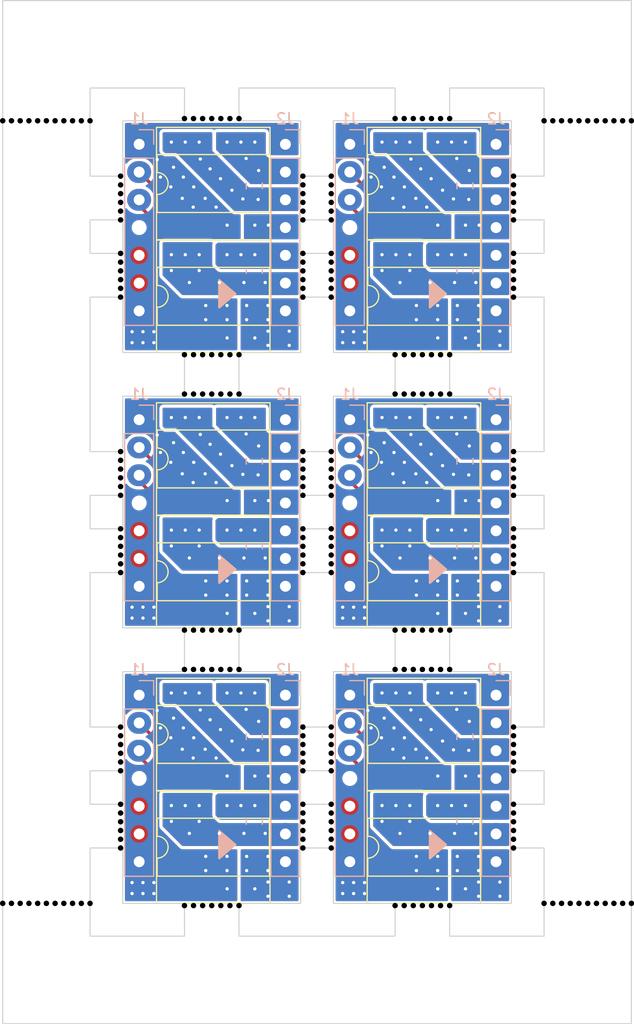
<source format=kicad_pcb>
(kicad_pcb (version 20240108) (generator "pcbnew") (generator_version "8.0")
  (layers (0 "F.Cu" signal) (31 "B.Cu" signal) (34 "B.Paste" user) (35 "F.Paste" user) (36 "B.SilkS" user "B.Silkscreen") (37 "F.SilkS" user "F.Silkscreen") (38 "B.Mask" user) (39 "F.Mask" user) (44 "Edge.Cuts" user))
  (net 0 "")
  (net 1 "Board_0-/IN_A1")
  (net 2 "Board_0-/IN_A2")
  (net 3 "Board_0-/IN_B1")
  (net 4 "Board_0-/IN_B2")
  (net 5 "Board_0-/OUT_A1")
  (net 6 "Board_0-/OUT_A2")
  (net 7 "Board_0-/OUT_B1")
  (net 8 "Board_0-/OUT_B2")
  (net 9 "Board_0-/VM")
  (net 10 "Board_0-GND")
  (net 11 "Board_0-unconnected-(J1-Pin_4-Pad4)")
  (net 12 "Board_1-/IN_A1")
  (net 13 "Board_1-/IN_A2")
  (net 14 "Board_1-/IN_B1")
  (net 15 "Board_1-/IN_B2")
  (net 16 "Board_1-/OUT_A1")
  (net 17 "Board_1-/OUT_A2")
  (net 18 "Board_1-/OUT_B1")
  (net 19 "Board_1-/OUT_B2")
  (net 20 "Board_1-/VM")
  (net 21 "Board_1-GND")
  (net 22 "Board_1-unconnected-(J1-Pin_4-Pad4)")
  (net 23 "Board_2-/IN_A1")
  (net 24 "Board_2-/IN_A2")
  (net 25 "Board_2-/IN_B1")
  (net 26 "Board_2-/IN_B2")
  (net 27 "Board_2-/OUT_A1")
  (net 28 "Board_2-/OUT_A2")
  (net 29 "Board_2-/OUT_B1")
  (net 30 "Board_2-/OUT_B2")
  (net 31 "Board_2-/VM")
  (net 32 "Board_2-GND")
  (net 33 "Board_2-unconnected-(J1-Pin_4-Pad4)")
  (net 34 "Board_3-/IN_A1")
  (net 35 "Board_3-/IN_A2")
  (net 36 "Board_3-/IN_B1")
  (net 37 "Board_3-/IN_B2")
  (net 38 "Board_3-/OUT_A1")
  (net 39 "Board_3-/OUT_A2")
  (net 40 "Board_3-/OUT_B1")
  (net 41 "Board_3-/OUT_B2")
  (net 42 "Board_3-/VM")
  (net 43 "Board_3-GND")
  (net 44 "Board_3-unconnected-(J1-Pin_4-Pad4)")
  (net 45 "Board_4-/IN_A1")
  (net 46 "Board_4-/IN_A2")
  (net 47 "Board_4-/IN_B1")
  (net 48 "Board_4-/IN_B2")
  (net 49 "Board_4-/OUT_A1")
  (net 50 "Board_4-/OUT_A2")
  (net 51 "Board_4-/OUT_B1")
  (net 52 "Board_4-/OUT_B2")
  (net 53 "Board_4-/VM")
  (net 54 "Board_4-GND")
  (net 55 "Board_4-unconnected-(J1-Pin_4-Pad4)")
  (net 56 "Board_5-/IN_A1")
  (net 57 "Board_5-/IN_A2")
  (net 58 "Board_5-/IN_B1")
  (net 59 "Board_5-/IN_B2")
  (net 60 "Board_5-/OUT_A1")
  (net 61 "Board_5-/OUT_A2")
  (net 62 "Board_5-/OUT_B1")
  (net 63 "Board_5-/OUT_B2")
  (net 64 "Board_5-/VM")
  (net 65 "Board_5-GND")
  (net 66 "Board_5-unconnected-(J1-Pin_4-Pad4)")
  (footprint "NPTH" (layer "F.Cu") (at 125.3 31)
    (property "Reference" "KiKit_MB_37_8" (hide yes))
    (property "Value" "NPTH" (hide yes))
  )
  (footprint "NPTH" (layer "F.Cu") (at 149.8 65.266666)
    (property "Reference" "KiKit_MB_19_1" (hide yes))
    (property "Value" "NPTH" (hide yes))
  )
  (footprint "NPTH" (layer "F.Cu") (at 166.5 94.333333)
    (property "Reference" "KiKit_MB_34_2" (hide yes))
    (property "Value" "NPTH" (hide yes))
  )
  (footprint "Package_DIP:DIP-8_W7.62mm_SMDSocket_SmallPads" (layer "F.Cu") (at 158.29 36.74 90)
    (property "Reference" "U2" (hide yes))
    (property "Value" "~")
  )
  (footprint "NPTH" (layer "F.Cu") (at 139.683333 56)
    (property "Reference" "KiKit_MB_17_5" (hide yes))
    (property "Value" "NPTH" (hide yes))
  )
  (footprint "NPTH" (layer "F.Cu") (at 171.7 31)
    (property "Reference" "KiKit_MB_39_4" (hide yes))
    (property "Value" "NPTH" (hide yes))
  )
  (footprint "NPTH" (layer "F.Cu") (at 172.5 102.6)
    (property "Reference" "KiKit_MB_40_5" (hide yes))
    (property "Value" "NPTH" (hide yes))
  )
  (footprint "NPTH" (layer "F.Cu") (at 166.5 69.133333)
    (property "Reference" "KiKit_MB_22_2" (hide yes))
    (property "Value" "NPTH" (hide yes))
  )
  (footprint "NPTH" (layer "F.Cu") (at 147.2 89.666666)
    (property "Reference" "KiKit_MB_27_5" (hide yes))
    (property "Value" "NPTH" (hide yes))
  )
  (footprint "NPTH" (layer "F.Cu") (at 138.85 30.8)
    (property "Reference" "KiKit_MB_5_4" (hide yes))
    (property "Value" "NPTH" (hide yes))
  )
  (footprint "NPTH" (layer "F.Cu") (at 166.5 95.933333)
    (property "Reference" "KiKit_MB_34_4" (hide yes))
    (property "Value" "NPTH" (hide yes))
  )
  (footprint "NPTH" (layer "F.Cu") (at 156.483333 52.4)
    (property "Reference" "KiKit_MB_12_6" (hide yes))
    (property "Value" "NPTH" (hide yes))
  )
  (footprint "NPTH" (layer "F.Cu") (at 147.2 71.533333)
    (property "Reference" "KiKit_MB_16_5" (hide yes))
    (property "Value" "NPTH" (hide yes))
  )
  (footprint "NPTH" (layer "F.Cu") (at 177.3 102.6)
    (property "Reference" "KiKit_MB_40_11" (hide yes))
    (property "Value" "NPTH" (hide yes))
  )
  (footprint "NPTH" (layer "F.Cu") (at 158.15 102.8)
    (property "Reference" "KiKit_MB_36_4" (hide yes))
    (property "Value" "NPTH" (hide yes))
  )
  (footprint "NPTH" (layer "F.Cu") (at 138.016667 81.2)
    (property "Reference" "KiKit_MB_29_3" (hide yes))
    (property "Value" "NPTH" (hide yes))
  )
  (footprint "NPTH" (layer "F.Cu") (at 166.5 88.066666)
    (property "Reference" "KiKit_MB_33_3" (hide yes))
    (property "Value" "NPTH" (hide yes))
  )
  (footprint "NPTH" (layer "F.Cu") (at 130.5 62.066666)
    (property "Reference" "KiKit_MB_13_5" (hide yes))
    (property "Value" "NPTH" (hide yes))
  )
  (footprint "NPTH" (layer "F.Cu") (at 149.8 95.133333)
    (property "Reference" "KiKit_MB_32_4" (hide yes))
    (property "Value" "NPTH" (hide yes))
  )
  (footprint "NPTH" (layer "F.Cu") (at 166.5 46.333333)
    (property "Reference" "KiKit_MB_10_5" (hide yes))
    (property "Value" "NPTH" (hide yes))
  )
  (footprint "NPTH" (layer "F.Cu") (at 140.516666 56)
    (property "Reference" "KiKit_MB_17_6" (hide yes))
    (property "Value" "NPTH" (hide yes))
  )
  (footprint "NPTH" (layer "F.Cu") (at 137.183334 102.8)
    (property "Reference" "KiKit_MB_30_6" (hide yes))
    (property "Value" "NPTH" (hide yes))
  )
  (footprint "NPTH" (layer "F.Cu") (at 158.983333 102.8)
    (property "Reference" "KiKit_MB_36_3" (hide yes))
    (property "Value" "NPTH" (hide yes))
  )
  (footprint "NPTH" (layer "F.Cu") (at 149.8 68.333333)
    (property "Reference" "KiKit_MB_20_6" (hide yes))
    (property "Value" "NPTH" (hide yes))
  )
  (footprint "NPTH" (layer "F.Cu") (at 147.2 93.533333)
    (property "Reference" "KiKit_MB_28_1" (hide yes))
    (property "Value" "NPTH" (hide yes))
  )
  (footprint "NPTH" (layer "F.Cu") (at 177.3 31)
    (property "Reference" "KiKit_MB_39_11" (hide yes))
    (property "Value" "NPTH" (hide yes))
  )
  (footprint "NPTH" (layer "F.Cu") (at 166.5 71.533333)
    (property "Reference" "KiKit_MB_22_5" (hide yes))
    (property "Value" "NPTH" (hide yes))
  )
  (footprint "NPTH" (layer "F.Cu") (at 149.8 95.933333)
    (property "Reference" "KiKit_MB_32_3" (hide yes))
    (property "Value" "NPTH" (hide yes))
  )
  (footprint "NPTH" (layer "F.Cu") (at 119.7 31)
    (property "Reference" "KiKit_MB_37_1" (hide yes))
    (property "Value" "NPTH" (hide yes))
  )
  (footprint "NPTH" (layer "F.Cu") (at 169.3 102.6)
    (property "Reference" "KiKit_MB_40_1" (hide yes))
    (property "Value" "NPTH" (hide yes))
  )
  (footprint "NPTH" (layer "F.Cu") (at 155.65 56)
    (property "Reference" "KiKit_MB_23_1" (hide yes))
    (property "Value" "NPTH" (hide yes))
  )
  (footprint "NPTH" (layer "F.Cu") (at 126.9 102.6)
    (property "Reference" "KiKit_MB_38_10" (hide yes))
    (property "Value" "NPTH" (hide yes))
  )
  (footprint "Package_DIP:DIP-8_W7.62mm_SMDSocket_SmallPads" (layer "F.Cu") (at 138.99 97.46 90)
    (property "Reference" "U1" (hide yes))
    (property "Value" "~" (hide yes))
  )
  (footprint "NPTH" (layer "F.Cu") (at 147.2 40.066667)
    (property "Reference" "KiKit_MB_3_6" (hide yes))
    (property "Value" "NPTH" (hide yes))
  )
  (footprint "NPTH" (layer "F.Cu") (at 141.35 56)
    (property "Reference" "KiKit_MB_17_7" (hide yes))
    (property "Value" "NPTH" (hide yes))
  )
  (footprint "NPTH" (layer "F.Cu") (at 147.2 69.933333)
    (property "Reference" "KiKit_MB_16_3" (hide yes))
    (property "Value" "NPTH" (hide yes))
  )
  (footprint "NPTH" (layer "F.Cu") (at 149.8 36.066667)
    (property "Reference" "KiKit_MB_7_6" (hide yes))
    (property "Value" "NPTH" (hide yes))
  )
  (footprint "NPTH" (layer "F.Cu") (at 141.35 52.4)
    (property "Reference" "KiKit_MB_6_1" (hide yes))
    (property "Value" "NPTH" (hide yes))
  )
  (footprint "NPTH" (layer "F.Cu") (at 166.5 70.733333)
    (property "Reference" "KiKit_MB_22_4" (hide yes))
    (property "Value" "NPTH" (hide yes))
  )
  (footprint "NPTH" (layer "F.Cu") (at 139.683333 52.4)
    (property "Reference" "KiKit_MB_6_3" (hide yes))
    (property "Value" "NPTH" (hide yes))
  )
  (footprint "NPTH" (layer "F.Cu") (at 138.016667 56)
    (property "Reference" "KiKit_MB_17_3" (hide yes))
    (property "Value" "NPTH" (hide yes))
  )
  (footprint "NPTH" (layer "F.Cu") (at 130.5 96.733333)
    (property "Reference" "KiKit_MB_26_2" (hide yes))
    (property "Value" "NPTH" (hide yes))
  )
  (footprint "NPTH" (layer "F.Cu") (at 130.5 88.066666)
    (property "Reference" "KiKit_MB_25_4" (hide yes))
    (property "Value" "NPTH" (hide yes))
  )
  (footprint "NPTH" (layer "F.Cu") (at 159.816666 56)
    (property "Reference" "KiKit_MB_23_6" (hide yes))
    (property "Value" "NPTH" (hide yes))
  )
  (footprint "NPTH" (layer "F.Cu") (at 166.5 47.133333)
    (property "Reference" "KiKit_MB_10_6" (hide yes))
    (property "Value" "NPTH" (hide yes))
  )
  (footprint "NPTH" (layer "F.Cu") (at 130.5 62.866666)
    (property "Reference" "KiKit_MB_13_4" (hide yes))
    (property "Value" "NPTH" (hide yes))
  )
  (footprint "NPTH" (layer "F.Cu") (at 127.7 31)
    (property "Reference" "KiKit_MB_37_11" (hide yes))
    (property "Value" "NPTH" (hide yes))
  )
  (footprint "NPTH" (layer "F.Cu") (at 158.983333 77.6)
    (property "Reference" "KiKit_MB_24_3" (hide yes))
    (property "Value" "NPTH" (hide yes))
  )
  (footprint "NPTH" (layer "F.Cu") (at 130.5 36.866667)
    (property "Reference" "KiKit_MB_1_5" (hide yes))
    (property "Value" "NPTH" (hide yes))
  )
  (footprint "NPTH" (layer "F.Cu") (at 130.5 95.133333)
    (property "Reference" "KiKit_MB_26_4" (hide yes))
    (property "Value" "NPTH" (hide yes))
  )
  (footprint "NPTH" (layer "F.Cu") (at 166.5 37.666667)
    (property "Reference" "KiKit_MB_9_3" (hide yes))
    (property "Value" "NPTH" (hide yes))
  )
  (footprint "NPTH" (layer "F.Cu") (at 140.516666 77.6)
    (property "Reference" "KiKit_MB_18_2" (hide yes))
    (property "Value" "NPTH" (hide yes))
  )
  (footprint "NPTH" (layer "F.Cu") (at 136.35 77.6)
    (property "Reference" "KiKit_MB_18_7" (hide yes))
    (property "Value" "NPTH" (hide yes))
  )
  (footprint "NPTH" (layer "F.Cu") (at 130.5 68.333333)
    (property "Reference" "KiKit_MB_14_6" (hide yes))
    (property "Value" "NPTH" (hide yes))
  )
  (footprint "NPTH" (layer "F.Cu") (at 147.2 63.666666)
    (property "Reference" "KiKit_MB_15_4" (hide yes))
    (property "Value" "NPTH" (hide yes))
  )
  (footprint "NPTH" (layer "F.Cu") (at 170.9 31)
    (property "Reference" "KiKit_MB_39_3" (hide yes))
    (property "Value" "NPTH" (hide yes))
  )
  (footprint "NPTH" (layer "F.Cu") (at 139.683333 30.8)
    (property "Reference" "KiKit_MB_5_5" (hide yes))
    (property "Value" "NPTH" (hide yes))
  )
  (footprint "NPTH" (layer "F.Cu") (at 149.8 39.266667)
    (property "Reference" "KiKit_MB_7_2" (hide yes))
    (property "Value" "NPTH" (hide yes))
  )
  (footprint "NPTH" (layer "F.Cu") (at 137.183334 81.2)
    (property "Reference" "KiKit_MB_29_2" (hide yes))
    (property "Value" "NPTH" (hide yes))
  )
  (footprint "Package_DIP:DIP-8_W7.62mm_SMDSocket_SmallPads" (layer "F.Cu") (at 158.29 97.46 90)
    (property "Reference" "U1" (hide yes))
    (property "Value" "~" (hide yes))
  )
  (footprint "NPTH" (layer "F.Cu") (at 123.7 102.6)
    (property "Reference" "KiKit_MB_38_6" (hide yes))
    (property "Value" "NPTH" (hide yes))
  )
  (footprint "NPTH" (layer "F.Cu") (at 166.5 69.933333)
    (property "Reference" "KiKit_MB_22_3" (hide yes))
    (property "Value" "NPTH" (hide yes))
  )
  (footprint "NPTH" (layer "F.Cu") (at 136.35 52.4)
    (property "Reference" "KiKit_MB_6_7" (hide yes))
    (property "Value" "NPTH" (hide yes))
  )
  (footprint "NPTH" (layer "F.Cu") (at 147.2 62.066666)
    (property "Reference" "KiKit_MB_15_2" (hide yes))
    (property "Value" "NPTH" (hide yes))
  )
  (footprint "NPTH" (layer "F.Cu") (at 149.8 87.266666)
    (property "Reference" "KiKit_MB_31_5" (hide yes))
    (property "Value" "NPTH" (hide yes))
  )
  (footprint "NPTH" (layer "F.Cu") (at 166.5 38.466667)
    (property "Reference" "KiKit_MB_9_4" (hide yes))
    (property "Value" "NPTH" (hide yes))
  )
  (footprint "NPTH" (layer "F.Cu") (at 130.5 39.266667)
    (property "Reference" "KiKit_MB_1_2" (hide yes))
    (property "Value" "NPTH" (hide yes))
  )
  (footprint "NPTH" (layer "F.Cu") (at 149.8 62.866666)
    (property "Reference" "KiKit_MB_19_4" (hide yes))
    (property "Value" "NPTH" (hide yes))
  )
  (footprint "NPTH" (layer "F.Cu") (at 173.3 102.6)
    (property "Reference" "KiKit_MB_40_6" (hide yes))
    (property "Value" "NPTH" (hide yes))
  )
  (footprint "NPTH" (layer "F.Cu") (at 160.65 30.8)
    (property "Reference" "KiKit_MB_11_7" (hide yes))
    (property "Value" "NPTH" (hide yes))
  )
  (footprint "NPTH" (layer "F.Cu") (at 159.816666 30.8)
    (property "Reference" "KiKit_MB_11_6" (hide yes))
    (property "Value" "NPTH" (hide yes))
  )
  (footprint "NPTH" (layer "F.Cu") (at 130.5 63.666666)
    (property "Reference" "KiKit_MB_13_3" (hide yes))
    (property "Value" "NPTH" (hide yes))
  )
  (footprint "NPTH" (layer "F.Cu") (at 147.2 86.466666)
    (property "Reference" "KiKit_MB_27_1" (hide yes))
    (property "Value" "NPTH" (hide yes))
  )
  (footprint "NPTH" (layer "F.Cu") (at 159.816666 77.6)
    (property "Reference" "KiKit_MB_24_2" (hide yes))
    (property "Value" "NPTH" (hide yes))
  )
  (footprint "NPTH" (layer "F.Cu") (at 175.7 31)
    (property "Reference" "KiKit_MB_39_9" (hide yes))
    (property "Value" "NPTH" (hide yes))
  )
  (footprint "NPTH" (layer "F.Cu") (at 149.8 47.133333)
    (property "Reference" "KiKit_MB_8_1" (hide yes))
    (property "Value" "NPTH" (hide yes))
  )
  (footprint "NPTH" (layer "F.Cu") (at 141.35 81.2)
    (property "Reference" "KiKit_MB_29_7" (hide yes))
    (property "Value" "NPTH" (hide yes))
  )
  (footprint "NPTH" (layer "F.Cu") (at 158.15 77.6)
    (property "Reference" "KiKit_MB_24_4" (hide yes))
    (property "Value" "NPTH" (hide yes))
  )
  (footprint "NPTH" (layer "F.Cu") (at 166.5 97.533333)
    (property "Reference" "KiKit_MB_34_6" (hide yes))
    (property "Value" "NPTH" (hide yes))
  )
  (footprint "NPTH" (layer "F.Cu") (at 166.5 43.133333)
    (property "Reference" "KiKit_MB_10_1" (hide yes))
    (property "Value" "NPTH" (hide yes))
  )
  (footprint "NPTH" (layer "F.Cu") (at 147.2 62.866666)
    (property "Reference" "KiKit_MB_15_3" (hide yes))
    (property "Value" "NPTH" (hide yes))
  )
  (footprint "NPTH" (layer "F.Cu") (at 138.85 52.4)
    (property "Reference" "KiKit_MB_6_4" (hide yes))
    (property "Value" "NPTH" (hide yes))
  )
  (footprint "NPTH" (layer "F.Cu") (at 147.2 96.733333)
    (property "Reference" "KiKit_MB_28_5" (hide yes))
    (property "Value" "NPTH" (hide yes))
  )
  (footprint "NPTH" (layer "F.Cu") (at 166.5 95.133333)
    (property "Reference" "KiKit_MB_34_3" (hide yes))
    (property "Value" "NPTH" (hide yes))
  )
  (footprint "NPTH" (layer "F.Cu") (at 137.183334 30.8)
    (property "Reference" "KiKit_MB_5_2" (hide yes))
    (property "Value" "NPTH" (hide yes))
  )
  (footprint "NPTH" (layer "F.Cu") (at 130.5 95.933333)
    (property "Reference" "KiKit_MB_26_3" (hide yes))
    (property "Value" "NPTH" (hide yes))
  )
  (footprint "NPTH" (layer "F.Cu") (at 122.1 102.6)
    (property "Reference" "KiKit_MB_38_4" (hide yes))
    (property "Value" "NPTH" (hide yes))
  )
  (footprint "NPTH" (layer "F.Cu") (at 138.85 102.8)
    (property "Reference" "KiKit_MB_30_4" (hide yes))
    (property "Value" "NPTH" (hide yes))
  )
  (footprint "Package_DIP:DIP-8_W7.62mm_SMDSocket_SmallPads" (layer "F.Cu") (at 138.99 61.94 90)
    (property "Reference" "U2" (hide yes))
    (property "Value" "~")
  )
  (footprint "NPTH" (layer "F.Cu") (at 139.683333 102.8)
    (property "Reference" "KiKit_MB_30_3" (hide yes))
    (property "Value" "NPTH" (hide yes))
  )
  (footprint "NPTH" (layer "F.Cu") (at 126.9 31)
    (property "Reference" "KiKit_MB_37_10" (hide yes))
    (property "Value" "NPTH" (hide yes))
  )
  (footprint "NPTH" (layer "F.Cu") (at 147.2 95.933333)
    (property "Reference" "KiKit_MB_28_4" (hide yes))
    (property "Value" "NPTH" (hide yes))
  )
  (footprint "NPTH" (layer "F.Cu") (at 138.85 81.2)
    (property "Reference" "KiKit_MB_29_4" (hide yes))
    (property "Value" "NPTH" (hide yes))
  )
  (footprint "NPTH" (layer "F.Cu") (at 157.316666 102.8)
    (property "Reference" "KiKit_MB_36_5" (hide yes))
    (property "Value" "NPTH" (hide yes))
  )
  (footprint "NPTH" (layer "F.Cu") (at 123.7 31)
    (property "Reference" "KiKit_MB_37_6" (hide yes))
    (property "Value" "NPTH" (hide yes))
  )
  (footprint "NPTH" (layer "F.Cu") (at 156.483333 81.2)
    (property "Reference" "KiKit_MB_35_2" (hide yes))
    (property "Value" "NPTH" (hide yes))
  )
  (footprint "NPTH" (layer "F.Cu") (at 166.5 43.933333)
    (property "Reference" "KiKit_MB_10_2" (hide yes))
    (property "Value" "NPTH" (hide yes))
  )
  (footprint "NPTH" (layer "F.Cu") (at 159.816666 81.2)
    (property "Reference" "KiKit_MB_35_6" (hide yes))
    (property "Value" "NPTH" (hide yes))
  )
  (footprint "NPTH" (layer "F.Cu") (at 149.8 38.466667)
    (property "Reference" "KiKit_MB_7_3" (hide yes))
    (property "Value" "NPTH" (hide yes))
  )
  (footprint "NPTH" (layer "F.Cu") (at 139.683333 81.2)
    (property "Reference" "KiKit_MB_29_5" (hide yes))
    (property "Value" "NPTH" (hide yes))
  )
  (footprint "NPTH" (layer "F.Cu") (at 174.1 102.6)
    (property "Reference" "KiKit_MB_40_7" (hide yes))
    (property "Value" "NPTH" (hide yes))
  )
  (footprint "NPTH" (layer "F.Cu") (at 149.8 86.466666)
    (property "Reference" "KiKit_MB_31_6" (hide yes))
    (property "Value" "NPTH" (hide yes))
  )
  (footprint "NPTH" (layer "F.Cu") (at 160.65 52.4)
    (property "Reference" "KiKit_MB_12_1" (hide yes))
    (property "Value" "NPTH" (hide yes))
  )
  (footprint "NPTH" (layer "F.Cu") (at 130.5 46.333333)
    (property "Reference" "KiKit_MB_2_2" (hide yes))
    (property "Value" "NPTH" (hide yes))
  )
  (footprint "NPTH" (layer "F.Cu") (at 147.2 39.266667)
    (property "Reference" "KiKit_MB_3_5" (hide yes))
    (property "Value" "NPTH" (hide yes))
  )
  (footprint "NPTH" (layer "F.Cu") (at 149.8 90.466666)
    (property "Reference" "KiKit_MB_31_1" (hide yes))
    (property "Value" "NPTH" (hide yes))
  )
  (footprint "NPTH" (layer "F.Cu") (at 125.3 102.6)
    (property "Reference" "KiKit_MB_38_8" (hide yes))
    (property "Value" "NPTH" (hide yes))
  )
  (footprint "NPTH" (layer "F.Cu") (at 130.5 44.733333)
    (property "Reference" "KiKit_MB_2_4" (hide yes))
    (property "Value" "NPTH" (hide yes))
  )
  (footprint "Package_DIP:DIP-8_W7.62mm_SMDSocket_SmallPads" (layer "F.Cu") (at 158.29 47.06 90)
    (property "Reference" "U1" (hide yes))
    (property "Value" "~" (hide yes))
  )
  (footprint "NPTH" (layer "F.Cu") (at 175.7 102.6)
    (property "Reference" "KiKit_MB_40_9" (hide yes))
    (property "Value" "NPTH" (hide yes))
  )
  (footprint "NPTH" (layer "F.Cu") (at 136.35 56)
    (property "Reference" "KiKit_MB_17_1" (hide yes))
    (property "Value" "NPTH" (hide yes))
  )
  (footprint "NPTH" (layer "F.Cu") (at 149.8 43.933333)
    (property "Reference" "KiKit_MB_8_5" (hide yes))
    (property "Value" "NPTH" (hide yes))
  )
  (footprint "NPTH" (layer "F.Cu") (at 130.5 64.466666)
    (property "Reference" "KiKit_MB_13_2" (hide yes))
    (property "Value" "NPTH" (hide yes))
  )
  (footprint "NPTH" (layer "F.Cu") (at 157.316666 52.4)
    (property "Reference" "KiKit_MB_12_5" (hide yes))
    (property "Value" "NPTH" (hide yes))
  )
  (footprint "NPTH" (layer "F.Cu") (at 138.85 77.6)
    (property "Reference" "KiKit_MB_18_4" (hide yes))
    (property "Value" "NPTH" (hide yes))
  )
  (footprint "NPTH" (layer "F.Cu") (at 136.35 102.8)
    (property "Reference" "KiKit_MB_30_7" (hide yes))
    (property "Value" "NPTH" (hide yes))
  )
  (footprint "NPTH" (layer "F.Cu") (at 121.3 102.6)
    (property "Reference" "KiKit_MB_38_3" (hide yes))
    (property "Value" "NPTH" (hide yes))
  )
  (footprint "NPTH" (layer "F.Cu") (at 122.9 102.6)
    (property "Reference" "KiKit_MB_38_5" (hide yes))
    (property "Value" "NPTH" (hide yes))
  )
  (footprint "NPTH" (layer "F.Cu") (at 160.65 56)
    (property "Reference" "KiKit_MB_23_7" (hide yes))
    (property "Value" "NPTH" (hide yes))
  )
  (footprint "NPTH" (layer "F.Cu") (at 160.65 81.2)
    (property "Reference" "KiKit_MB_35_7" (hide yes))
    (property "Value" "NPTH" (hide yes))
  )
  (footprint "NPTH" (layer "F.Cu") (at 130.5 90.466666)
    (property "Reference" "KiKit_MB_25_1" (hide yes))
    (property "Value" "NPTH" (hide yes))
  )
  (footprint "NPTH" (layer "F.Cu") (at 166.5 63.666666)
    (property "Reference" "KiKit_MB_21_4" (hide yes))
    (property "Value" "NPTH" (hide yes))
  )
  (footprint "NPTH" (layer "F.Cu") (at 149.8 96.733333)
    (property "Reference" "KiKit_MB_32_2" (hide yes))
    (property "Value" "NPTH" (hide yes))
  )
  (footprint "NPTH" (layer "F.Cu") (at 147.2 64.466666)
    (property "Reference" "KiKit_MB_15_5" (hide yes))
    (property "Value" "NPTH" (hide yes))
  )
  (footprint "Package_DIP:DIP-8_W7.62mm_SMDSocket_SmallPads" (layer "F.Cu") (at 138.99 47.06 90)
    (property "Reference" "U1" (hide yes))
    (property "Value" "~" (hide yes))
  )
  (footprint "NPTH" (layer "F.Cu") (at 140.516666 52.4)
    (property "Reference" "KiKit_MB_6_2" (hide yes))
    (property "Value" "NPTH" (hide yes))
  )
  (footprint "NPTH" (layer "F.Cu") (at 126.1 31)
    (property "Reference" "KiKit_MB_37_9" (hide yes))
    (property "Value" "NPTH" (hide yes))
  )
  (footprint "NPTH" (layer "F.Cu") (at 130.5 40.066667)
    (property "Reference" "KiKit_MB_1_1" (hide yes))
    (property "Value" "NPTH" (hide yes))
  )
  (footprint "NPTH" (layer "F.Cu") (at 149.8 37.666667)
    (property "Reference" "KiKit_MB_7_4" (hide yes))
    (property "Value" "NPTH" (hide yes))
  )
  (footprint "NPTH" (layer "F.Cu") (at 166.5 93.533333)
    (property "Reference" "KiKit_MB_34_1" (hide yes))
    (property "Value" "NPTH" (hide yes))
  )
  (footprint "NPTH" (layer "F.Cu") (at 130.5 89.666666)
    (property "Reference" "KiKit_MB_25_2" (hide yes))
    (property "Value" "NPTH" (hide yes))
  )
  (footprint "NPTH" (layer "F.Cu") (at 137.183334 77.6)
    (property "Reference" "KiKit_MB_18_6" (hide yes))
    (property "Value" "NPTH" (hide yes))
  )
  (footprint "NPTH" (layer "F.Cu") (at 147.2 88.866666)
    (property "Reference" "KiKit_MB_27_4" (hide yes))
    (property "Value" "NPTH" (hide yes))
  )
  (footprint "NPTH" (layer "F.Cu") (at 138.85 56)
    (property "Reference" "KiKit_MB_17_4" (hide yes))
    (property "Value" "NPTH" (hide yes))
  )
  (footprint "NPTH" (layer "F.Cu") (at 147.2 69.133333)
    (property "Reference" "KiKit_MB_16_2" (hide yes))
    (property "Value" "NPTH" (hide yes))
  )
  (footprint "NPTH" (layer "F.Cu") (at 147.2 47.133333)
    (property "Reference" "KiKit_MB_4_6" (hide yes))
    (property "Value" "NPTH" (hide yes))
  )
  (footprint "NPTH" (layer "F.Cu") (at 149.8 72.333333)
    (property "Reference" "KiKit_MB_20_1" (hide yes))
    (property "Value" "NPTH" (hide yes))
  )
  (footprint "NPTH" (layer "F.Cu") (at 158.983333 56)
    (property "Reference" "KiKit_MB_23_5" (hide yes))
    (property "Value" "NPTH" (hide yes))
  )
  (footprint "NPTH" (layer "F.Cu") (at 147.2 43.933333)
    (property "Reference" "KiKit_MB_4_2" (hide yes))
    (property "Value" "NPTH" (hide yes))
  )
  (footprint "NPTH" (layer "F.Cu") (at 137.183334 52.4)
    (property "Reference" "KiKit_MB_6_6" (hide yes))
    (property "Value" "NPTH" (hide yes))
  )
  (footprint "NPTH" (layer "F.Cu") (at 158.15 56)
    (property "Reference" "KiKit_MB_23_4" (hide yes))
    (property "Value" "NPTH" (hide yes))
  )
  (footprint "NPTH" (layer "F.Cu") (at 130.5 47.133333)
    (property "Reference" "KiKit_MB_2_1" (hide yes))
    (property "Value" "NPTH" (hide yes))
  )
  (footprint "NPTH" (layer "F.Cu") (at 130.5 43.133333)
    (property "Reference" "KiKit_MB_2_6" (hide yes))
    (property "Value" "NPTH" (hide yes))
  )
  (footprint "NPTH" (layer "F.Cu") (at 130.5 45.533333)
    (property "Reference" "KiKit_MB_2_3" (hide yes))
    (property "Value" "NPTH" (hide yes))
  )
  (footprint "NPTH" (layer "F.Cu") (at 166.5 65.266666)
    (property "Reference" "KiKit_MB_21_6" (hide yes))
    (property "Value" "NPTH" (hide yes))
  )
  (footprint "NPTH" (layer "F.Cu") (at 149.8 63.666666)
    (property "Reference" "KiKit_MB_19_3" (hide yes))
    (property "Value" "NPTH" (hide yes))
  )
  (footprint "NPTH" (layer "F.Cu") (at 130.5 86.466666)
    (property "Reference" "KiKit_MB_25_6" (hide yes))
    (property "Value" "NPTH" (hide yes))
  )
  (footprint "NPTH" (layer "F.Cu") (at 171.7 102.6)
    (property "Reference" "KiKit_MB_40_4" (hide yes))
    (property "Value" "NPTH" (hide yes))
  )
  (footprint "NPTH" (layer "F.Cu") (at 138.016667 52.4)
    (property "Reference" "KiKit_MB_6_5" (hide yes))
    (property "Value" "NPTH" (hide yes))
  )
  (footprint "NPTH" (layer "F.Cu") (at 147.2 70.733333)
    (property "Reference" "KiKit_MB_16_4" (hide yes))
    (property "Value" "NPTH" (hide yes))
  )
  (footprint "NPTH" (layer "F.Cu") (at 122.1 31)
    (property "Reference" "KiKit_MB_37_4" (hide yes))
    (property "Value" "NPTH" (hide yes))
  )
  (footprint "NPTH" (layer "F.Cu") (at 149.8 40.066667)
    (property "Reference" "KiKit_MB_7_1" (hide yes))
    (property "Value" "NPTH" (hide yes))
  )
  (footprint "NPTH" (layer "F.Cu") (at 130.5 71.533333)
    (property "Reference" "KiKit_MB_14_2" (hide yes))
    (property "Value" "NPTH" (hide yes))
  )
  (footprint "NPTH" (layer "F.Cu") (at 149.8 46.333333)
    (property "Reference" "KiKit_MB_8_2" (hide yes))
    (property "Value" "NPTH" (hide yes))
  )
  (footprint "NPTH" (layer "F.Cu") (at 149.8 69.133333)
    (property "Reference" "KiKit_MB_20_5" (hide yes))
    (property "Value" "NPTH" (hide yes))
  )
  (footprint "NPTH" (layer "F.Cu") (at 166.5 96.733333)
    (property "Reference" "KiKit_MB_34_5" (hide yes))
    (property "Value" "NPTH" (hide yes))
  )
  (footprint "NPTH" (layer "F.Cu") (at 156.483333 56)
    (property "Reference" "KiKit_MB_23_2" (hide yes))
    (property "Value" "NPTH" (hide yes))
  )
  (footprint "NPTH" (layer "F.Cu") (at 149.8 88.866666)
    (property "Reference" "KiKit_MB_31_3" (hide yes))
    (property "Value" "NPTH" (hide yes))
  )
  (footprint "NPTH" (layer "F.Cu") (at 149.8 70.733333)
    (property "Reference" "KiKit_MB_20_3" (hide yes))
    (property "Value" "NPTH" (hide yes))
  )
  (footprint "NPTH" (layer "F.Cu") (at 173.3 31)
    (property "Reference" "KiKit_MB_39_6" (hide yes))
    (property "Value" "NPTH" (hide yes))
  )
  (footprint "NPTH" (layer "F.Cu") (at 136.35 81.2)
    (property "Reference" "KiKit_MB_29_1" (hide yes))
    (property "Value" "NPTH" (hide yes))
  )
  (footprint "NPTH" (layer "F.Cu") (at 149.8 36.866667)
    (property "Reference" "KiKit_MB_7_5" (hide yes))
    (property "Value" "NPTH" (hide yes))
  )
  (footprint "NPTH" (layer "F.Cu") (at 147.2 87.266666)
    (property "Reference" "KiKit_MB_27_2" (hide yes))
    (property "Value" "NPTH" (hide yes))
  )
  (footprint "NPTH" (layer "F.Cu") (at 157.316666 56)
    (property "Reference" "KiKit_MB_23_3" (hide yes))
    (property "Value" "NPTH" (hide yes))
  )
  (footprint "NPTH" (layer "F.Cu") (at 176.5 31)
    (property "Reference" "KiKit_MB_39_10" (hide yes))
    (property "Value" "NPTH" (hide yes))
  )
  (footprint "NPTH" (layer "F.Cu") (at 147.2 90.466666)
    (property "Reference" "KiKit_MB_27_6" (hide yes))
    (property "Value" "NPTH" (hide yes))
  )
  (footprint "NPTH" (layer "F.Cu") (at 147.2 36.066667)
    (property "Reference" "KiKit_MB_3_1" (hide yes))
    (property "Value" "NPTH" (hide yes))
  )
  (footprint "NPTH" (layer "F.Cu") (at 156.483333 30.8)
    (property "Reference" "KiKit_MB_11_2" (hide yes))
    (property "Value" "NPTH" (hide yes))
  )
  (footprint "NPTH" (layer "F.Cu") (at 121.3 31)
    (property "Reference" "KiKit_MB_37_3" (hide yes))
    (property "Value" "NPTH" (hide yes))
  )
  (footprint "NPTH" (layer "F.Cu") (at 136.35 30.8)
    (property "Reference" "KiKit_MB_5_1" (hide yes))
    (property "Value" "NPTH" (hide yes))
  )
  (footprint "NPTH" (layer "F.Cu") (at 170.1 31)
    (property "Reference" "KiKit_MB_39_2" (hide yes))
    (property "Value" "NPTH" (hide yes))
  )
  (footprint "NPTH" (layer "F.Cu") (at 130.5 43.933333)
    (property "Reference" "KiKit_MB_2_5" (hide yes))
    (property "Value" "NPTH" (hide yes))
  )
  (footprint "NPTH" (layer "F.Cu") (at 140.516666 30.8)
    (property "Reference" "KiKit_MB_5_6" (hide yes))
    (property "Value" "NPTH" (hide yes))
  )
  (footprint "NPTH" (layer "F.Cu") (at 130.5 97.533333)
    (property "Reference" "KiKit_MB_26_1" (hide yes))
    (property "Value" "NPTH" (hide yes))
  )
  (footprint "NPTH" (layer "F.Cu") (at 140.516666 102.8)
    (property "Reference" "KiKit_MB_30_2" (hide yes))
    (property "Value" "NPTH" (hide yes))
  )
  (footprint "NPTH" (layer "F.Cu") (at 138.016667 30.8)
    (property "Reference" "KiKit_MB_5_3" (hide yes))
    (property "Value" "NPTH" (hide yes))
  )
  (footprint "NPTH" (layer "F.Cu") (at 166.5 45.533333)
    (property "Reference" "KiKit_MB_10_4" (hide yes))
    (property "Value" "NPTH" (hide yes))
  )
  (footprint "NPTH" (layer "F.Cu") (at 141.35 30.8)
    (property "Reference" "KiKit_MB_5_7" (hide yes))
    (property "Value" "NPTH" (hide yes))
  )
  (footprint "Package_DIP:DIP-8_W7.62mm_SMDSocket_SmallPads" (layer "F.Cu") (at 138.99 36.74 90)
    (property "Reference" "U2" (hide yes))
    (property "Value" "~")
  )
  (footprint "NPTH" (layer "F.Cu") (at 166.5 64.466666)
    (property "Reference" "KiKit_MB_21_5" (hide yes))
    (property "Value" "NPTH" (hide yes))
  )
  (footprint "NPTH" (layer "F.Cu") (at 127.7 102.6)
    (property "Reference" "KiKit_MB_38_11" (hide yes))
    (property "Value" "NPTH" (hide yes))
  )
  (footprint "NPTH" (layer "F.Cu") (at 155.65 30.8)
    (property "Reference" "KiKit_MB_11_1" (hide yes))
    (property "Value" "NPTH" (hide yes))
  )
  (footprint "NPTH" (layer "F.Cu") (at 149.8 69.933333)
    (property "Reference" "KiKit_MB_20_4" (hide yes))
    (property "Value" "NPTH" (hide yes))
  )
  (footprint "NPTH" (layer "F.Cu") (at 130.5 38.466667)
    (property "Reference" "KiKit_MB_1_3" (hide yes))
    (property "Value" "NPTH" (hide yes))
  )
  (footprint "NPTH" (layer "F.Cu") (at 166.5 44.733333)
    (property "Reference" "KiKit_MB_10_3" (hide yes))
    (property "Value" "NPTH" (hide yes))
  )
  (footprint "NPTH" (layer "F.Cu") (at 140.516666 81.2)
    (property "Reference" "KiKit_MB_29_6" (hide yes))
    (property "Value" "NPTH" (hide yes))
  )
  (footprint "NPTH" (layer "F.Cu") (at 174.9 31)
    (property "Reference" "KiKit_MB_39_8" (hide yes))
    (property "Value" "NPTH" (hide yes))
  )
  (footprint "NPTH" (layer "F.Cu") (at 170.9 102.6)
    (property "Reference" "KiKit_MB_40_3" (hide yes))
    (property "Value" "NPTH" (hide yes))
  )
  (footprint "NPTH" (layer "F.Cu") (at 147.2 61.266666)
    (property "Reference" "KiKit_MB_15_1" (hide yes))
    (property "Value" "NPTH" (hide yes))
  )
  (footprint "NPTH" (layer "F.Cu") (at 158.983333 30.8)
    (property "Reference" "KiKit_MB_11_5" (hide yes))
    (property "Value" "NPTH" (hide yes))
  )
  (footprint "NPTH" (layer "F.Cu") (at 156.483333 102.8)
    (property "Reference" "KiKit_MB_36_6" (hide yes))
    (property "Value" "NPTH" (hide yes))
  )
  (footprint "NPTH" (layer "F.Cu") (at 149.8 61.266666)
    (property "Reference" "KiKit_MB_19_6" (hide yes))
    (property "Value" "NPTH" (hide yes))
  )
  (footprint "NPTH" (layer "F.Cu") (at 141.35 77.6)
    (property "Reference" "KiKit_MB_18_1" (hide yes))
    (property "Value" "NPTH" (hide yes))
  )
  (footprint "NPTH" (layer "F.Cu") (at 158.983333 81.2)
    (property "Reference" "KiKit_MB_35_5" (hide yes))
    (property "Value" "NPTH" (hide yes))
  )
  (footprint "NPTH" (layer "F.Cu") (at 149.8 71.533333)
    (property "Reference" "KiKit_MB_20_2" (hide yes))
    (property "Value" "NPTH" (hide yes))
  )
  (footprint "NPTH" (layer "F.Cu") (at 166.5 72.333333)
    (property "Reference" "KiKit_MB_22_6" (hide yes))
    (property "Value" "NPTH" (hide yes))
  )
  (footprint "NPTH" (layer "F.Cu") (at 147.2 44.733333)
    (property "Reference" "KiKit_MB_4_3" (hide yes))
    (property "Value" "NPTH" (hide yes))
  )
  (footprint "NPTH" (layer "F.Cu") (at 119.7 102.6)
    (property "Reference" "KiKit_MB_38_1" (hide yes))
    (property "Value" "NPTH" (hide yes))
  )
  (footprint "NPTH" (layer "F.Cu") (at 157.316666 81.2)
    (property "Reference" "KiKit_MB_35_3" (hide yes))
    (property "Value" "NPTH" (hide yes))
  )
  (footprint "NPTH" (layer "F.Cu") (at 157.316666 30.8)
    (property "Reference" "KiKit_MB_11_3" (hide yes))
    (property "Value" "NPTH" (hide yes))
  )
  (footprint "NPTH" (layer "F.Cu") (at 139.683333 77.6)
    (property "Reference" "KiKit_MB_18_3" (hide yes))
    (property "Value" "NPTH" (hide yes))
  )
  (footprint "NPTH" (layer "F.Cu") (at 155.65 81.2)
    (property "Reference" "KiKit_MB_35_1" (hide yes))
    (property "Value" "NPTH" (hide yes))
  )
  (footprint "NPTH" (layer "F.Cu") (at 160.65 77.6)
    (property "Reference" "KiKit_MB_24_1" (hide yes))
    (property "Value" "NPTH" (hide yes))
  )
  (footprint "NPTH" (layer "F.Cu") (at 166.5 40.066667)
    (property "Reference" "KiKit_MB_9_6" (hide yes))
    (property "Value" "NPTH" (hide yes))
  )
  (footprint "NPTH" (layer "F.Cu") (at 149.8 89.666666)
    (property "Reference" "KiKit_MB_31_2" (hide yes))
    (property "Value" "NPTH" (hide yes))
  )
  (footprint "NPTH" (layer "F.Cu") (at 147.2 95.133333)
    (property "Reference" "KiKit_MB_28_3" (hide yes))
    (property "Value" "NPTH" (hide yes))
  )
  (footprint "NPTH" (layer "F.Cu") (at 130.5 65.266666)
    (property "Reference" "KiKit_MB_13_1" (hide yes))
    (property "Value" "NPTH" (hide yes))
  )
  (footprint "NPTH" (layer "F.Cu") (at 176.5 102.6)
    (property "Reference" "KiKit_MB_40_10" (hide yes))
    (property "Value" "NPTH" (hide yes))
  )
  (footprint "NPTH" (layer "F.Cu") (at 126.1 102.6)
    (property "Reference" "KiKit_MB_38_9" (hide yes))
    (property "Value" "NPTH" (hide yes))
  )
  (footprint "NPTH" (layer "F.Cu") (at 160.65 102.8)
    (property "Reference" "KiKit_MB_36_1" (hide yes))
    (property "Value" "NPTH" (hide yes))
  )
  (footprint "NPTH" (layer "F.Cu") (at 166.5 62.866666)
    (property "Reference" "KiKit_MB_21_3" (hide yes))
    (property "Value" "NPTH" (hide yes))
  )
  (footprint "NPTH" (layer "F.Cu") (at 149.8 88.066666)
    (property "Reference" "KiKit_MB_31_4" (hide yes))
    (property "Value" "NPTH" (hide yes))
  )
  (footprint "NPTH" (layer "F.Cu") (at 147.2 36.866667)
    (property "Reference" "KiKit_MB_3_2" (hide yes))
    (property "Value" "NPTH" (hide yes))
  )
  (footprint "NPTH" (layer "F.Cu") (at 120.5 102.6)
    (property "Reference" "KiKit_MB_38_2" (hide yes))
    (property "Value" "NPTH" (hide yes))
  )
  (footprint "NPTH" (layer "F.Cu") (at 130.5 61.266666)
    (property "Reference" "KiKit_MB_13_6" (hide yes))
    (property "Value" "NPTH" (hide yes))
  )
  (footprint "NPTH" (layer "F.Cu") (at 130.5 69.133333)
    (property "Reference" "KiKit_MB_14_5" (hide yes))
    (property "Value" "NPTH" (hide yes))
  )
  (footprint "NPTH" (layer "F.Cu") (at 174.1 31)
    (property "Reference" "KiKit_MB_39_7" (hide yes))
    (property "Value" "NPTH" (hide yes))
  )
  (footprint "NPTH" (layer "F.Cu") (at 130.5 88.866666)
    (property "Reference" "KiKit_MB_25_3" (hide yes))
    (property "Value" "NPTH" (hide yes))
  )
  (footprint "NPTH" (layer "F.Cu") (at 147.2 38.466667)
    (property "Reference" "KiKit_MB_3_4" (hide yes))
    (property "Value" "NPTH" (hide yes))
  )
  (footprint "NPTH" (layer "F.Cu") (at 149.8 97.533333)
    (property "Reference" "KiKit_MB_32_1" (hide yes))
    (property "Value" "NPTH" (hide yes))
  )
  (footprint "NPTH" (layer "F.Cu") (at 147.2 43.133333)
    (property "Reference" "KiKit_MB_4_1" (hide yes))
    (property "Value" "NPTH" (hide yes))
  )
  (footprint "NPTH" (layer "F.Cu") (at 159.816666 102.8)
    (property "Reference" "KiKit_MB_36_2" (hide yes))
    (property "Value" "NPTH" (hide yes))
  )
  (footprint "NPTH" (layer "F.Cu") (at 166.5 39.266667)
    (property "Reference" "KiKit_MB_9_5" (hide yes))
    (property "Value" "NPTH" (hide yes))
  )
  (footprint "NPTH" (layer "F.Cu") (at 149.8 62.066666)
    (property "Reference" "KiKit_MB_19_5" (hide yes))
    (property "Value" "NPTH" (hide yes))
  )
  (footprint "Package_DIP:DIP-8_W7.62mm_SMDSocket_SmallPads" (layer "F.Cu") (at 138.99 72.26 90)
    (property "Reference" "U1" (hide yes))
    (property "Value" "~" (hide yes))
  )
  (footprint "NPTH" (layer "F.Cu") (at 155.65 52.4)
    (property "Reference" "KiKit_MB_12_7" (hide yes))
    (property "Value" "NPTH" (hide yes))
  )
  (footprint "NPTH" (layer "F.Cu") (at 138.016667 102.8)
    (property "Reference" "KiKit_MB_30_5" (hide yes))
    (property "Value" "NPTH" (hide yes))
  )
  (footprint "NPTH" (layer "F.Cu") (at 166.5 90.466666)
    (property "Reference" "KiKit_MB_33_6" (hide yes))
    (property "Value" "NPTH" (hide yes))
  )
  (footprint "NPTH" (layer "F.Cu") (at 130.5 87.266666)
    (property "Reference" "KiKit_MB_25_5" (hide yes))
    (property "Value" "NPTH" (hide yes))
  )
  (footprint "NPTH" (layer "F.Cu") (at 124.5 102.6)
    (property "Reference" "KiKit_MB_38_7" (hide yes))
    (property "Value" "NPTH" (hide yes))
  )
  (footprint "NPTH" (layer "F.Cu") (at 166.5 36.866667)
    (property "Reference" "KiKit_MB_9_2" (hide yes))
    (property "Value" "NPTH" (hide yes))
  )
  (footprint "NPTH" (layer "F.Cu") (at 172.5 31)
    (property "Reference" "KiKit_MB_39_5" (hide yes))
    (property "Value" "NPTH" (hide yes))
  )
  (footprint "NPTH" (layer "F.Cu") (at 122.9 31)
    (property "Reference" "KiKit_MB_37_5" (hide yes))
    (property "Value" "NPTH" (hide yes))
  )
  (footprint "NPTH" (layer "F.Cu") (at 147.2 46.333333)
    (property "Reference" "KiKit_MB_4_5" (hide yes))
    (property "Value" "NPTH" (hide yes))
  )
  (footprint "NPTH" (layer "F.Cu") (at 166.5 87.266666)
    (property "Reference" "KiKit_MB_33_2" (hide yes))
    (property "Value" "NPTH" (hide yes))
  )
  (footprint "NPTH" (layer "F.Cu") (at 158.15 81.2)
    (property "Reference" "KiKit_MB_35_4" (hide yes))
    (property "Value" "NPTH" (hide yes))
  )
  (footprint "NPTH" (layer "F.Cu") (at 155.65 102.8)
    (property "Reference" "KiKit_MB_36_7" (hide yes))
    (property "Value" "NPTH" (hide yes))
  )
  (footprint "NPTH" (layer "F.Cu") (at 120.5 31)
    (property "Reference" "KiKit_MB_37_2" (hide yes))
    (property "Value" "NPTH" (hide yes))
  )
  (footprint "NPTH" (layer "F.Cu") (at 157.316666 77.6)
    (property "Reference" "KiKit_MB_24_5" (hide yes))
    (property "Value" "NPTH" (hide yes))
  )
  (footprint "NPTH" (layer "F.Cu") (at 149.8 94.333333)
    (property "Reference" "KiKit_MB_32_5" (hide yes))
    (property "Value" "NPTH" (hide yes))
  )
  (footprint "NPTH" (layer "F.Cu") (at 166.5 89.666666)
    (property "Reference" "KiKit_MB_33_5" (hide yes))
    (property "Value" "NPTH" (hide yes))
  )
  (footprint "NPTH" (layer "F.Cu") (at 174.9 102.6)
    (property "Reference" "KiKit_MB_40_8" (hide yes))
    (property "Value" "NPTH" (hide yes))
  )
  (footprint "NPTH" (layer "F.Cu") (at 166.5 61.266666)
    (property "Reference" "KiKit_MB_21_1" (hide yes))
    (property "Value" "NPTH" (hide yes))
  )
  (footprint "NPTH" (layer "F.Cu") (at 166.5 88.866666)
    (property "Reference" "KiKit_MB_33_4" (hide yes))
    (property "Value" "NPTH" (hide yes))
  )
  (footprint "Package_DIP:DIP-8_W7.62mm_SMDSocket_SmallPads" (layer "F.Cu") (at 158.29 87.14 90)
    (property "Reference" "U2" (hide yes))
    (property "Value" "~")
  )
  (footprint "NPTH" (layer "F.Cu") (at 166.5 62.066666)
    (property "Reference" "KiKit_MB_21_2" (hide yes))
    (property "Value" "NPTH" (hide yes))
  )
  (footprint "NPTH" (layer "F.Cu") (at 158.15 30.8)
    (property "Reference" "KiKit_MB_11_4" (hide yes))
    (property "Value" "NPTH" (hide yes))
  )
  (footprint "NPTH" (layer "F.Cu") (at 169.3 31)
    (property "Reference" "KiKit_MB_39_1" (hide yes))
    (property "Value" "NPTH" (hide yes))
  )
  (footprint "NPTH" (layer "F.Cu") (at 147.2 72.333333)
    (property "Reference" "KiKit_MB_16_6" (hide yes))
    (property "Value" "NPTH" (hide yes))
  )
  (footprint "NPTH" (layer "F.Cu") (at 147.2 45.533333)
    (property "Reference" "KiKit_MB_4_4" (hide yes))
    (property "Value" "NPTH" (hide yes))
  )
  (footprint "Package_DIP:DIP-8_W7.62mm_SMDSocket_SmallPads" (layer "F.Cu") (at 158.29 61.94 90)
    (property "Reference" "U2" (hide yes))
    (property "Value" "~")
  )
  (footprint "NPTH" (layer "F.Cu") (at 155.65 77.6)
    (property "Reference" "KiKit_MB_24_7" (hide yes))
    (property "Value" "NPTH" (hide yes))
  )
  (footprint "NPTH" (layer "F.Cu") (at 147.2 37.666667)
    (property "Reference" "KiKit_MB_3_3" (hide yes))
    (property "Value" "NPTH" (hide yes))
  )
  (footprint "Package_DIP:DIP-8_W7.62mm_SMDSocket_SmallPads" (layer "F.Cu") (at 138.99 87.14 90)
    (property "Reference" "U2" (hide yes))
    (property "Value" "~")
  )
  (footprint "NPTH" (layer "F.Cu") (at 130.5 36.066667)
    (property "Reference" "KiKit_MB_1_6" (hide yes))
    (property "Value" "NPTH" (hide yes))
  )
  (footprint "NPTH" (layer "F.Cu") (at 158.15 52.4)
    (property "Reference" "KiKit_MB_12_4" (hide yes))
    (property "Value" "NPTH" (hide yes))
  )
  (footprint "NPTH" (layer "F.Cu") (at 158.983333 52.4)
    (property "Reference" "KiKit_MB_12_3" (hide yes))
    (property "Value" "NPTH" (hide yes))
  )
  (footprint "NPTH" (layer "F.Cu") (at 149.8 93.533333)
    (property "Reference" "KiKit_MB_32_6" (hide yes))
    (property "Value" "NPTH" (hide yes))
  )
  (footprint "NPTH" (layer "F.Cu") (at 147.2 88.066666)
    (property "Reference" "KiKit_MB_27_3" (hide yes))
    (property "Value" "NPTH" (hide yes))
  )
  (footprint "NPTH" (layer "F.Cu") (at 149.8 45.533333)
    (property "Reference" "KiKit_MB_8_3" (hide yes))
    (property "Value" "NPTH" (hide yes))
  )
  (footprint "NPTH" (layer "F.Cu") (at 166.5 68.333333)
    (property "Reference" "KiKit_MB_22_1" (hide yes))
    (property "Value" "NPTH" (hide yes))
  )
  (footprint "NPTH" (layer "F.Cu") (at 130.5 93.533333)
    (property "Reference" "KiKit_MB_26_6" (hide yes))
    (property "Value" "NPTH" (hide yes))
  )
  (footprint "NPTH" (layer "F.Cu") (at 147.2 97.533333)
    (property "Reference" "KiKit_MB_28_6" (hide yes))
    (property "Value" "NPTH" (hide yes))
  )
  (footprint "NPTH" (layer "F.Cu") (at 124.5 31)
    (property "Reference" "KiKit_MB_37_7" (hide yes))
    (property "Value" "NPTH" (hide yes))
  )
  (footprint "NPTH" (layer "F.Cu") (at 149.8 64.466666)
    (property "Reference" "KiKit_MB_19_2" (hide yes))
    (property "Value" "NPTH" (hide yes))
  )
  (footprint "NPTH" (layer "F.Cu") (at 166.5 86.466666)
    (property "Reference" "KiKit_MB_33_1" (hide yes))
    (property "Value" "NPTH" (hide yes))
  )
  (footprint "NPTH" (layer "F.Cu") (at 149.8 44.733333)
    (property "Reference" "KiKit_MB_8_4" (hide yes))
    (property "Value" "NPTH" (hide yes))
  )
  (footprint "NPTH" (layer "F.Cu") (at 159.816666 52.4)
    (property "Reference" "KiKit_MB_12_2" (hide yes))
    (property "Value" "NPTH" (hide yes))
  )
  (footprint "NPTH" (layer "F.Cu") (at 130.5 70.733333)
    (property "Reference" "KiKit_MB_14_3" (hide yes))
    (property "Value" "NPTH" (hide yes))
  )
  (footprint "NPTH" (layer "F.Cu") (at 170.1 102.6)
    (property "Reference" "KiKit_MB_40_2" (hide yes))
    (property "Value" "NPTH" (hide yes))
  )
  (footprint "Package_DIP:DIP-8_W7.62mm_SMDSocket_SmallPads" (layer "F.Cu") (at 158.29 72.26 90)
    (property "Reference" "U1" (hide yes))
    (property "Value" "~" (hide yes))
  )
  (footprint "NPTH" (layer "F.Cu") (at 130.5 37.666667)
    (property "Reference" "KiKit_MB_1_4" (hide yes))
    (property "Value" "NPTH" (hide yes))
  )
  (footprint "NPTH" (layer "F.Cu") (at 147.2 94.333333)
    (property "Reference" "KiKit_MB_28_2" (hide yes))
    (property "Value" "NPTH" (hide yes))
  )
  (footprint "NPTH" (layer "F.Cu") (at 130.5 72.333333)
    (property "Reference" "KiKit_MB_14_1" (hide yes))
    (property "Value" "NPTH" (hide yes))
  )
  (footprint "NPTH" (layer "F.Cu") (at 166.5 36.066667)
    (property "Reference" "KiKit_MB_9_1" (hide yes))
    (property "Value" "NPTH" (hide yes))
  )
  (footprint "NPTH" (layer "F.Cu") (at 130.5 69.933333)
    (property "Reference" "KiKit_MB_14_4" (hide yes))
    (property "Value" "NPTH" (hide yes))
  )
  (footprint "NPTH" (layer "F.Cu") (at 141.35 102.8)
    (property "Reference" "KiKit_MB_30_1" (hide yes))
    (property "Value" "NPTH" (hide yes))
  )
  (footprint "NPTH" (layer "F.Cu") (at 147.2 68.333333)
    (property "Reference" "KiKit_MB_16_1" (hide yes))
    (property "Value" "NPTH" (hide yes))
  )
  (footprint "NPTH" (layer "F.Cu") (at 138.016667 77.6)
    (property "Reference" "KiKit_MB_18_5" (hide yes))
    (property "Value" "NPTH" (hide yes))
  )
  (footprint "NPTH" (layer "F.Cu") (at 149.8 43.133333)
    (property "Reference" "KiKit_MB_8_6" (hide yes))
    (property "Value" "NPTH" (hide yes))
  )
  (footprint "NPTH" (layer "F.Cu") (at 156.483333 77.6)
    (property "Reference" "KiKit_MB_24_6" (hide yes))
    (property "Value" "NPTH" (hide yes))
  )
  (footprint "NPTH" (layer "F.Cu") (at 147.2 65.266666)
    (property "Reference" "KiKit_MB_15_6" (hide yes))
    (property "Value" "NPTH" (hide yes))
  )
  (footprint "NPTH" (layer "F.Cu") (at 130.5 94.333333)
    (property "Reference" "KiKit_MB_26_5" (hide yes))
    (property "Value" "NPTH" (hide yes))
  )
  (footprint "NPTH" (layer "F.Cu") (at 137.183334 56)
    (property "Reference" "KiKit_MB_17_2" (hide yes))
    (property "Value" "NPTH" (hide yes))
  )
  (footprint "Capacitor_SMD:C_0805_2012Metric" (layer "B.Cu") (at 142.75 87.35 90)
    (property "Reference" "C1" (hide yes))
    (property "Value" "100" (hide yes))
  )
  (footprint "Connector_PinHeader_2.54mm:PinHeader_1x07_P2.54mm_Vertical" (layer "B.Cu") (at 132.2 83.55 180)
    (property "Reference" "J1")
    (property "Value" "Conn_01x07_Pin" (hide yes))
  )
  (footprint "Capacitor_SMD:C_0805_2012Metric" (layer "B.Cu") (at 162.05 95.1 90)
    (property "Reference" "C2" (hide yes))
    (property "Value" "100" (hide yes))
  )
  (footprint "Connector_PinHeader_2.54mm:PinHeader_1x07_P2.54mm_Vertical" (layer "B.Cu") (at 145.6 33.15 180)
    (property "Reference" "J2")
    (property "Value" "Conn_01x07_Pin")
  )
  (footprint "Connector_PinHeader_2.54mm:PinHeader_1x07_P2.54mm_Vertical" (layer "B.Cu") (at 151.5 83.55 180)
    (property "Reference" "J1")
    (property "Value" "Conn_01x07_Pin" (hide yes))
  )
  (footprint "Connector_PinHeader_2.54mm:PinHeader_1x07_P2.54mm_Vertical" (layer "B.Cu") (at 132.2 58.35 180)
    (property "Reference" "J1")
    (property "Value" "Conn_01x07_Pin" (hide yes))
  )
  (footprint "Connector_PinHeader_2.54mm:PinHeader_1x07_P2.54mm_Vertical" (layer "B.Cu") (at 151.5 33.15 180)
    (property "Reference" "J1")
    (property "Value" "Conn_01x07_Pin" (hide yes))
  )
  (footprint "Capacitor_SMD:C_0805_2012Metric" (layer "B.Cu") (at 162.05 44.7 90)
    (property "Reference" "C2" (hide yes))
    (property "Value" "100" (hide yes))
  )
  (footprint "Connector_PinHeader_2.54mm:PinHeader_1x07_P2.54mm_Vertical" (layer "B.Cu") (at 164.9 83.55 180)
    (property "Reference" "J2")
    (property "Value" "Conn_01x07_Pin")
  )
  (footprint "Connector_PinHeader_2.54mm:PinHeader_1x07_P2.54mm_Vertical" (layer "B.Cu") (at 164.9 33.15 180)
    (property "Reference" "J2")
    (property "Value" "Conn_01x07_Pin")
  )
  (footprint "Connector_PinHeader_2.54mm:PinHeader_1x07_P2.54mm_Vertical" (layer "B.Cu") (at 145.6 83.55 180)
    (property "Reference" "J2")
    (property "Value" "Conn_01x07_Pin")
  )
  (footprint "Capacitor_SMD:C_0805_2012Metric" (layer "B.Cu") (at 142.75 44.7 90)
    (property "Reference" "C2" (hide yes))
    (property "Value" "100" (hide yes))
  )
  (footprint "Capacitor_SMD:C_0805_2012Metric" (layer "B.Cu") (at 142.75 62.15 90)
    (property "Reference" "C1" (hide yes))
    (property "Value" "100" (hide yes))
  )
  (footprint "Connector_PinHeader_2.54mm:PinHeader_1x07_P2.54mm_Vertical" (layer "B.Cu") (at 151.5 58.35 180)
    (property "Reference" "J1")
    (property "Value" "Conn_01x07_Pin" (hide yes))
  )
  (footprint "Connector_PinHeader_2.54mm:PinHeader_1x07_P2.54mm_Vertical" (layer "B.Cu") (at 145.6 58.35 180)
    (property "Reference" "J2")
    (property "Value" "Conn_01x07_Pin")
  )
  (footprint "Capacitor_SMD:C_0805_2012Metric" (layer "B.Cu") (at 142.75 69.9 90)
    (property "Reference" "C2" (hide yes))
    (property "Value" "100" (hide yes))
  )
  (footprint "Capacitor_SMD:C_0805_2012Metric" (layer "B.Cu") (at 162.05 36.95 90)
    (property "Reference" "C1" (hide yes))
    (property "Value" "100" (hide yes))
  )
  (footprint "Capacitor_SMD:C_0805_2012Metric" (layer "B.Cu") (at 162.05 69.9 90)
    (property "Reference" "C2" (hide yes))
    (property "Value" "100" (hide yes))
  )
  (footprint "Connector_PinHeader_2.54mm:PinHeader_1x07_P2.54mm_Vertical" (layer "B.Cu") (at 132.2 33.15 180)
    (property "Reference" "J1")
    (property "Value" "Conn_01x07_Pin" (hide yes))
  )
  (footprint "Connector_PinHeader_2.54mm:PinHeader_1x07_P2.54mm_Vertical" (layer "B.Cu") (at 164.9 58.35 180)
    (property "Reference" "J2")
    (property "Value" "Conn_01x07_Pin")
  )
  (footprint "Capacitor_SMD:C_0805_2012Metric" (layer "B.Cu") (at 142.75 36.95 90)
    (property "Reference" "C1" (hide yes))
    (property "Value" "100" (hide yes))
  )
  (footprint "Capacitor_SMD:C_0805_2012Metric" (layer "B.Cu") (at 162.05 87.35 90)
    (property "Reference" "C1" (hide yes))
    (property "Value" "100" (hide yes))
  )
  (footprint "Capacitor_SMD:C_0805_2012Metric" (layer "B.Cu") (at 162.05 62.15 90)
    (property "Reference" "C1" (hide yes))
    (property "Value" "100" (hide yes))
  )
  (footprint "Capacitor_SMD:C_0805_2012Metric" (layer "B.Cu") (at 142.75 95.1 90)
    (property "Reference" "C2" (hide yes))
    (property "Value" "100" (hide yes))
  )
  (gr_poly (pts (xy 139.536678 45.575) (xy 139.536678 48.075) (xy 141 46.825)) (stroke (width 0.2)) (fill solid) (layer "B.SilkS"))
  (gr_poly (pts (xy 139.536678 70.775) (xy 139.536678 73.275) (xy 141 72.025)) (stroke (width 0.2)) (fill solid) (layer "B.SilkS"))
  (gr_poly (pts (xy 158.836678 45.575) (xy 158.836678 48.075) (xy 160.3 46.825)) (stroke (width 0.2)) (fill solid) (layer "B.SilkS"))
  (gr_poly (pts (xy 158.836678 70.775) (xy 158.836678 73.275) (xy 160.3 72.025)) (stroke (width 0.2)) (fill solid) (layer "B.SilkS"))
  (gr_poly (pts (xy 139.536678 95.975) (xy 139.536678 98.475) (xy 141 97.225)) (stroke (width 0.2)) (fill solid) (layer "B.SilkS"))
  (gr_poly (pts (xy 158.836678 95.975) (xy 158.836678 98.475) (xy 160.3 97.225)) (stroke (width 0.2)) (fill solid) (layer "B.SilkS"))
  (gr_line (start 155.65 81.4) (end 150 81.4) (stroke (width 0.1)) (layer "Edge.Cuts"))
  (gr_line (start 130.7 31) (end 130.7 36.066666) (stroke (width 0.1)) (layer "Edge.Cuts"))
  (gr_line (start 127.7 47.133333) (end 130.7 47.133333) (stroke (width 0.1)) (layer "Edge.Cuts"))
  (gr_line (start 130.7 47.133333) (end 130.7 52.2) (stroke (width 0.1)) (layer "Edge.Cuts"))
  (gr_line (start 160.65 28) (end 169.3 28) (stroke (width 0.1)) (layer "Edge.Cuts"))
  (gr_line (start 169.3 97.533333) (end 169.3 105.6) (stroke (width 0.1)) (layer "Edge.Cuts"))
  (gr_line (start 169.3 61.266666) (end 166.3 61.266666) (stroke (width 0.1)) (layer "Edge.Cuts"))
  (gr_line (start 150 36.066666) (end 148.501 36.066666) (stroke (width 0.1)) (layer "Edge.Cuts"))
  (gr_line (start 148.499 90.466666) (end 148.501 90.466666) (stroke (width 0.1)) (layer "Edge.Cuts"))
  (gr_line (start 147 40.066666) (end 148.499 40.066666) (stroke (width 0.1)) (layer "Edge.Cuts"))
  (gr_line (start 169.3 72.333333) (end 169.3 86.466666) (stroke (width 0.1)) (layer "Edge.Cuts"))
  (gr_line (start 127.7 36.066666) (end 127.7 28) (stroke (width 0.1)) (layer "Edge.Cuts"))
  (gr_line (start 141.35 79.401) (end 141.35 79.399) (stroke (width 0.1)) (layer "Edge.Cuts"))
  (gr_line (start 155.65 54.201) (end 155.65 56.2) (stroke (width 0.1)) (layer "Edge.Cuts"))
  (gr_line (start 150 93.533333) (end 148.501 93.533333) (stroke (width 0.1)) (layer "Edge.Cuts"))
  (gr_line (start 166.3 47.133333) (end 169.3 47.133333) (stroke (width 0.1)) (layer "Edge.Cuts"))
  (gr_line (start 127.7 97.533333) (end 130.7 97.533333) (stroke (width 0.1)) (layer "Edge.Cuts"))
  (gr_line (start 119.7 20) (end 119.7 113.6) (stroke (width 0.1)) (layer "Edge.Cuts"))
  (gr_line (start 166.3 97.533333) (end 169.3 97.533333) (stroke (width 0.1)) (layer "Edge.Cuts"))
  (gr_line (start 148.501 61.266666) (end 148.499 61.266666) (stroke (width 0.1)) (layer "Edge.Cuts"))
  (gr_line (start 127.7 65.266666) (end 130.7 65.266666) (stroke (width 0.1)) (layer "Edge.Cuts"))
  (gr_line (start 166.3 40.066666) (end 169.3 40.066666) (stroke (width 0.1)) (layer "Edge.Cuts"))
  (gr_line (start 147 52.2) (end 147 47.133333) (stroke (width 0.1)) (layer "Edge.Cuts"))
  (gr_line (start 130.7 65.266666) (end 130.7 68.333333) (stroke (width 0.1)) (layer "Edge.Cuts"))
  (gr_line (start 150 31) (end 150 36.066666) (stroke (width 0.1)) (layer "Edge.Cuts"))
  (gr_line (start 166.3 72.333333) (end 169.3 72.333333) (stroke (width 0.1)) (layer "Edge.Cuts"))
  (gr_line (start 177.3 20) (end 119.7 20) (stroke (width 0.1)) (layer "Edge.Cuts"))
  (gr_line (start 155.65 77.4) (end 155.65 79.399) (stroke (width 0.1)) (layer "Edge.Cuts"))
  (gr_line (start 148.501 97.533333) (end 150 97.533333) (stroke (width 0.1)) (layer "Edge.Cuts"))
  (gr_line (start 147 61.266666) (end 147 56.2) (stroke (width 0.1)) (layer "Edge.Cuts"))
  (gr_line (start 148.499 36.066666) (end 147 36.066666) (stroke (width 0.1)) (layer "Edge.Cuts"))
  (gr_line (start 141.35 81.4) (end 141.35 79.401) (stroke (width 0.1)) (layer "Edge.Cuts"))
  (gr_line (start 148.499 97.533333) (end 148.501 97.533333) (stroke (width 0.1)) (layer "Edge.Cuts"))
  (gr_line (start 130.7 56.2) (end 130.7 61.266666) (stroke (width 0.1)) (layer "Edge.Cuts"))
  (gr_line (start 136.35 81.4) (end 130.7 81.4) (stroke (width 0.1)) (layer "Edge.Cuts"))
  (gr_line (start 136.35 56.2) (end 130.7 56.2) (stroke (width 0.1)) (layer "Edge.Cuts"))
  (gr_line (start 127.7 43.133333) (end 127.7 40.066666) (stroke (width 0.1)) (layer "Edge.Cuts"))
  (gr_line (start 141.35 56.2) (end 141.35 54.201) (stroke (width 0.1)) (layer "Edge.Cuts"))
  (gr_line (start 148.499 43.133333) (end 147 43.133333) (stroke (width 0.1)) (layer "Edge.Cuts"))
  (gr_line (start 148.501 36.066666) (end 148.499 36.066666) (stroke (width 0.1)) (layer "Edge.Cuts"))
  (gr_line (start 155.65 102.6) (end 155.65 105.6) (stroke (width 0.1)) (layer "Edge.Cuts"))
  (gr_line (start 148.499 86.466666) (end 147 86.466666) (stroke (width 0.1)) (layer "Edge.Cuts"))
  (gr_line (start 169.3 47.133333) (end 169.3 61.266666) (stroke (width 0.1)) (layer "Edge.Cuts"))
  (gr_line (start 127.7 28) (end 136.35 28) (stroke (width 0.1)) (layer "Edge.Cuts"))
  (gr_line (start 160.65 102.6) (end 166.3 102.6) (stroke (width 0.1)) (layer "Edge.Cuts"))
  (gr_line (start 130.7 68.333333) (end 127.7 68.333333) (stroke (width 0.1)) (layer "Edge.Cuts"))
  (gr_line (start 150 65.266666) (end 150 68.333333) (stroke (width 0.1)) (layer "Edge.Cuts"))
  (gr_line (start 127.7 40.066666) (end 130.7 40.066666) (stroke (width 0.1)) (layer "Edge.Cuts"))
  (gr_line (start 150 61.266666) (end 148.501 61.266666) (stroke (width 0.1)) (layer "Edge.Cuts"))
  (gr_line (start 160.65 54.199) (end 160.65 52.2) (stroke (width 0.1)) (layer "Edge.Cuts"))
  (gr_line (start 141.35 31) (end 141.35 28) (stroke (width 0.1)) (layer "Edge.Cuts"))
  (gr_line (start 147 31) (end 141.35 31) (stroke (width 0.1)) (layer "Edge.Cuts"))
  (gr_line (start 148.499 40.066666) (end 148.501 40.066666) (stroke (width 0.1)) (layer "Edge.Cuts"))
  (gr_line (start 141.35 79.399) (end 141.35 77.4) (stroke (width 0.1)) (layer "Edge.Cuts"))
  (gr_line (start 147 36.066666) (end 147 31) (stroke (width 0.1)) (layer "Edge.Cuts"))
  (gr_line (start 147 65.266666) (end 148.499 65.266666) (stroke (width 0.1)) (layer "Edge.Cuts"))
  (gr_line (start 141.35 54.199) (end 141.35 52.2) (stroke (width 0.1)) (layer "Edge.Cuts"))
  (gr_line (start 136.35 54.199) (end 136.35 54.201) (stroke (width 0.1)) (layer "Edge.Cuts"))
  (gr_line (start 166.3 93.533333) (end 166.3 90.466666) (stroke (width 0.1)) (layer "Edge.Cuts"))
  (gr_line (start 160.65 105.6) (end 160.65 102.6) (stroke (width 0.1)) (layer "Edge.Cuts"))
  (gr_line (start 155.65 52.2) (end 155.65 54.199) (stroke (width 0.1)) (layer "Edge.Cuts"))
  (gr_line (start 130.7 40.066666) (end 130.7 43.133333) (stroke (width 0.1)) (layer "Edge.Cuts"))
  (gr_line (start 166.3 52.2) (end 166.3 47.133333) (stroke (width 0.1)) (layer "Edge.Cuts"))
  (gr_line (start 148.499 47.133333) (end 148.501 47.133333) (stroke (width 0.1)) (layer "Edge.Cuts"))
  (gr_line (start 160.65 52.2) (end 166.3 52.2) (stroke (width 0.1)) (layer "Edge.Cuts"))
  (gr_line (start 130.7 97.533333) (end 130.7 102.6) (stroke (width 0.1)) (layer "Edge.Cuts"))
  (gr_line (start 147 43.133333) (end 147 40.066666) (stroke (width 0.1)) (layer "Edge.Cuts"))
  (gr_line (start 148.501 72.333333) (end 150 72.333333) (stroke (width 0.1)) (layer "Edge.Cuts"))
  (gr_line (start 130.7 72.333333) (end 130.7 77.4) (stroke (width 0.1)) (layer "Edge.Cuts"))
  (gr_line (start 127.7 93.533333) (end 127.7 90.466666) (stroke (width 0.1)) (layer "Edge.Cuts"))
  (gr_line (start 155.65 28) (end 155.65 31) (stroke (width 0.1)) (layer "Edge.Cuts"))
  (gr_line (start 166.3 61.266666) (end 166.3 56.2) (stroke (width 0.1)) (layer "Edge.Cuts"))
  (gr_line (start 166.3 68.333333) (end 166.3 65.266666) (stroke (width 0.1)) (layer "Edge.Cuts"))
  (gr_line (start 155.65 56.2) (end 150 56.2) (stroke (width 0.1)) (layer "Edge.Cuts"))
  (gr_line (start 147 86.466666) (end 147 81.4) (stroke (width 0.1)) (layer "Edge.Cuts"))
  (gr_line (start 155.65 54.199) (end 155.65 54.201) (stroke (width 0.1)) (layer "Edge.Cuts"))
  (gr_line (start 155.65 79.399) (end 155.65 79.401) (stroke (width 0.1)) (layer "Edge.Cuts"))
  (gr_line (start 160.65 79.399) (end 160.65 77.4) (stroke (width 0.1)) (layer "Edge.Cuts"))
  (gr_line (start 169.3 105.6) (end 160.65 105.6) (stroke (width 0.1)) (layer "Edge.Cuts"))
  (gr_line (start 166.3 90.466666) (end 169.3 90.466666) (stroke (width 0.1)) (layer "Edge.Cuts"))
  (gr_line (start 127.7 61.266666) (end 127.7 47.133333) (stroke (width 0.1)) (layer "Edge.Cuts"))
  (gr_line (start 148.499 65.266666) (end 148.501 65.266666) (stroke (width 0.1)) (layer "Edge.Cuts"))
  (gr_line (start 141.35 105.6) (end 141.35 102.6) (stroke (width 0.1)) (layer "Edge.Cuts"))
  (gr_line (start 147 56.2) (end 141.35 56.2) (stroke (width 0.1)) (layer "Edge.Cuts"))
  (gr_line (start 169.3 86.466666) (end 166.3 86.466666) (stroke (width 0.1)) (layer "Edge.Cuts"))
  (gr_line (start 147 47.133333) (end 148.499 47.133333) (stroke (width 0.1)) (layer "Edge.Cuts"))
  (gr_line (start 177.3 113.6) (end 177.3 20) (stroke (width 0.1)) (layer "Edge.Cuts"))
  (gr_line (start 150 97.533333) (end 150 102.6) (stroke (width 0.1)) (layer "Edge.Cuts"))
  (gr_line (start 160.65 81.4) (end 160.65 79.401) (stroke (width 0.1)) (layer "Edge.Cuts"))
  (gr_line (start 150 81.4) (end 150 86.466666) (stroke (width 0.1)) (layer "Edge.Cuts"))
  (gr_line (start 136.35 31) (end 130.7 31) (stroke (width 0.1)) (layer "Edge.Cuts"))
  (gr_line (start 136.35 79.401) (end 136.35 81.4) (stroke (width 0.1)) (layer "Edge.Cuts"))
  (gr_line (start 147 102.6) (end 147 97.533333) (stroke (width 0.1)) (layer "Edge.Cuts"))
  (gr_line (start 130.7 90.466666) (end 130.7 93.533333) (stroke (width 0.1)) (layer "Edge.Cuts"))
  (gr_line (start 148.501 68.333333) (end 148.499 68.333333) (stroke (width 0.1)) (layer "Edge.Cuts"))
  (gr_line (start 130.7 102.6) (end 136.35 102.6) (stroke (width 0.1)) (layer "Edge.Cuts"))
  (gr_line (start 155.65 105.6) (end 141.35 105.6) (stroke (width 0.1)) (layer "Edge.Cuts"))
  (gr_line (start 150 47.133333) (end 150 52.2) (stroke (width 0.1)) (layer "Edge.Cuts"))
  (gr_line (start 136.35 54.201) (end 136.35 56.2) (stroke (width 0.1)) (layer "Edge.Cuts"))
  (gr_line (start 160.65 77.4) (end 166.3 77.4) (stroke (width 0.1)) (layer "Edge.Cuts"))
  (gr_line (start 169.3 68.333333) (end 166.3 68.333333) (stroke (width 0.1)) (layer "Edge.Cuts"))
  (gr_line (start 150 90.466666) (end 150 93.533333) (stroke (width 0.1)) (layer "Edge.Cuts"))
  (gr_line (start 169.3 28) (end 169.3 36.066666) (stroke (width 0.1)) (layer "Edge.Cuts"))
  (gr_line (start 141.35 52.2) (end 147 52.2) (stroke (width 0.1)) (layer "Edge.Cuts"))
  (gr_line (start 166.3 65.266666) (end 169.3 65.266666) (stroke (width 0.1)) (layer "Edge.Cuts"))
  (gr_line (start 148.499 61.266666) (end 147 61.266666) (stroke (width 0.1)) (layer "Edge.Cuts"))
  (gr_line (start 160.65 31) (end 160.65 28) (stroke (width 0.1)) (layer "Edge.Cuts"))
  (gr_line (start 169.3 40.066666) (end 169.3 43.133333) (stroke (width 0.1)) (layer "Edge.Cuts"))
  (gr_line (start 148.501 90.466666) (end 150 90.466666) (stroke (width 0.1)) (layer "Edge.Cuts"))
  (gr_line (start 150 56.2) (end 150 61.266666) (stroke (width 0.1)) (layer "Edge.Cuts"))
  (gr_line (start 148.499 68.333333) (end 147 68.333333) (stroke (width 0.1)) (layer "Edge.Cuts"))
  (gr_line (start 119.7 113.6) (end 177.3 113.6) (stroke (width 0.1)) (layer "Edge.Cuts"))
  (gr_line (start 130.7 61.266666) (end 127.7 61.266666) (stroke (width 0.1)) (layer "Edge.Cuts"))
  (gr_line (start 136.35 28) (end 136.35 31) (stroke (width 0.1)) (layer "Edge.Cuts"))
  (gr_line (start 150 52.2) (end 155.65 52.2) (stroke (width 0.1)) (layer "Edge.Cuts"))
  (gr_line (start 148.501 43.133333) (end 148.499 43.133333) (stroke (width 0.1)) (layer "Edge.Cuts"))
  (gr_line (start 130.7 77.4) (end 136.35 77.4) (stroke (width 0.1)) (layer "Edge.Cuts"))
  (gr_line (start 141.35 77.4) (end 147 77.4) (stroke (width 0.1)) (layer "Edge.Cuts"))
  (gr_line (start 148.501 65.266666) (end 150 65.266666) (stroke (width 0.1)) (layer "Edge.Cuts"))
  (gr_line (start 148.501 40.066666) (end 150 40.066666) (stroke (width 0.1)) (layer "Edge.Cuts"))
  (gr_line (start 155.65 79.401) (end 155.65 81.4) (stroke (width 0.1)) (layer "Edge.Cuts"))
  (gr_line (start 150 77.4) (end 155.65 77.4) (stroke (width 0.1)) (layer "Edge.Cuts"))
  (gr_line (start 127.7 68.333333) (end 127.7 65.266666) (stroke (width 0.1)) (layer "Edge.Cuts"))
  (gr_line (start 136.35 79.399) (end 136.35 79.401) (stroke (width 0.1)) (layer "Edge.Cuts"))
  (gr_line (start 130.7 93.533333) (end 127.7 93.533333) (stroke (width 0.1)) (layer "Edge.Cuts"))
  (gr_line (start 150 43.133333) (end 148.501 43.133333) (stroke (width 0.1)) (layer "Edge.Cuts"))
  (gr_line (start 166.3 56.2) (end 160.65 56.2) (stroke (width 0.1)) (layer "Edge.Cuts"))
  (gr_line (start 148.501 93.533333) (end 148.499 93.533333) (stroke (width 0.1)) (layer "Edge.Cuts"))
  (gr_line (start 130.7 81.4) (end 130.7 86.466666) (stroke (width 0.1)) (layer "Edge.Cuts"))
  (gr_line (start 147 68.333333) (end 147 65.266666) (stroke (width 0.1)) (layer "Edge.Cuts"))
  (gr_line (start 150 86.466666) (end 148.501 86.466666) (stroke (width 0.1)) (layer "Edge.Cuts"))
  (gr_line (start 148.501 47.133333) (end 150 47.133333) (stroke (width 0.1)) (layer "Edge.Cuts"))
  (gr_line (start 166.3 31) (end 160.65 31) (stroke (width 0.1)) (layer "Edge.Cuts"))
  (gr_line (start 127.7 72.333333) (end 130.7 72.333333) (stroke (width 0.1)) (layer "Edge.Cuts"))
  (gr_line (start 160.65 56.2) (end 160.65 54.201) (stroke (width 0.1)) (layer "Edge.Cuts"))
  (gr_line (start 166.3 102.6) (end 166.3 97.533333) (stroke (width 0.1)) (layer "Edge.Cuts"))
  (gr_line (start 147 97.533333) (end 148.499 97.533333) (stroke (width 0.1)) (layer "Edge.Cuts"))
  (gr_line (start 150 40.066666) (end 150 43.133333) (stroke (width 0.1)) (layer "Edge.Cuts"))
  (gr_line (start 169.3 36.066666) (end 166.3 36.066666) (stroke (width 0.1)) (layer "Edge.Cuts"))
  (gr_line (start 127.7 90.466666) (end 130.7 90.466666) (stroke (width 0.1)) (layer "Edge.Cuts"))
  (gr_line (start 148.499 72.333333) (end 148.501 72.333333) (stroke (width 0.1)) (layer "Edge.Cuts"))
  (gr_line (start 136.35 105.6) (end 127.7 105.6) (stroke (width 0.1)) (layer "Edge.Cuts"))
  (gr_line (start 166.3 43.133333) (end 166.3 40.066666) (stroke (width 0.1)) (layer "Edge.Cuts"))
  (gr_line (start 148.501 86.466666) (end 148.499 86.466666) (stroke (width 0.1)) (layer "Edge.Cuts"))
  (gr_line (start 166.3 86.466666) (end 166.3 81.4) (stroke (width 0.1)) (layer "Edge.Cuts"))
  (gr_line (start 130.7 52.2) (end 136.35 52.2) (stroke (width 0.1)) (layer "Edge.Cuts"))
  (gr_line (start 147 81.4) (end 141.35 81.4) (stroke (width 0.1)) (layer "Edge.Cuts"))
  (gr_line (start 136.35 52.2) (end 136.35 54.199) (stroke (width 0.1)) (layer "Edge.Cuts"))
  (gr_line (start 141.35 102.6) (end 147 102.6) (stroke (width 0.1)) (layer "Edge.Cuts"))
  (gr_line (start 169.3 43.133333) (end 166.3 43.133333) (stroke (width 0.1)) (layer "Edge.Cuts"))
  (gr_line (start 147 93.533333) (end 147 90.466666) (stroke (width 0.1)) (layer "Edge.Cuts"))
  (gr_line (start 127.7 86.466666) (end 127.7 72.333333) (stroke (width 0.1)) (layer "Edge.Cuts"))
  (gr_line (start 155.65 31) (end 150 31) (stroke (width 0.1)) (layer "Edge.Cuts"))
  (gr_line (start 136.35 102.6) (end 136.35 105.6) (stroke (width 0.1)) (layer "Edge.Cuts"))
  (gr_line (start 169.3 93.533333) (end 166.3 93.533333) (stroke (width 0.1)) (layer "Edge.Cuts"))
  (gr_line (start 141.35 54.201) (end 141.35 54.199) (stroke (width 0.1)) (layer "Edge.Cuts"))
  (gr_line (start 130.7 43.133333) (end 127.7 43.133333) (stroke (width 0.1)) (layer "Edge.Cuts"))
  (gr_line (start 147 90.466666) (end 148.499 90.466666) (stroke (width 0.1)) (layer "Edge.Cuts"))
  (gr_line (start 169.3 90.466666) (end 169.3 93.533333) (stroke (width 0.1)) (layer "Edge.Cuts"))
  (gr_line (start 150 102.6) (end 155.65 102.6) (stroke (width 0.1)) (layer "Edge.Cuts"))
  (gr_line (start 160.65 54.201) (end 160.65 54.199) (stroke (width 0.1)) (layer "Edge.Cuts"))
  (gr_line (start 150 68.333333) (end 148.501 68.333333) (stroke (width 0.1)) (layer "Edge.Cuts"))
  (gr_line (start 127.7 105.6) (end 127.7 97.533333) (stroke (width 0.1)) (layer "Edge.Cuts"))
  (gr_line (start 130.7 36.066666) (end 127.7 36.066666) (stroke (width 0.1)) (layer "Edge.Cuts"))
  (gr_line (start 169.3 65.266666) (end 169.3 68.333333) (stroke (width 0.1)) (layer "Edge.Cuts"))
  (gr_line (start 147 72.333333) (end 148.499 72.333333) (stroke (width 0.1)) (layer "Edge.Cuts"))
  (gr_line (start 148.499 93.533333) (end 147 93.533333) (stroke (width 0.1)) (layer "Edge.Cuts"))
  (gr_line (start 136.35 77.4) (end 136.35 79.399) (stroke (width 0.1)) (layer "Edge.Cuts"))
  (gr_line (start 147 77.4) (end 147 72.333333) (stroke (width 0.1)) (layer "Edge.Cuts"))
  (gr_line (start 150 72.333333) (end 150 77.4) (stroke (width 0.1)) (layer "Edge.Cuts"))
  (gr_line (start 141.35 28) (end 155.65 28) (stroke (width 0.1)) (layer "Edge.Cuts"))
  (gr_line (start 166.3 36.066666) (end 166.3 31) (stroke (width 0.1)) (layer "Edge.Cuts"))
  (gr_line (start 166.3 81.4) (end 160.65 81.4) (stroke (width 0.1)) (layer "Edge.Cuts"))
  (gr_line (start 130.7 86.466666) (end 127.7 86.466666) (stroke (width 0.1)) (layer "Edge.Cuts"))
  (gr_line (start 166.3 77.4) (end 166.3 72.333333) (stroke (width 0.1)) (layer "Edge.Cuts"))
  (gr_line (start 160.65 79.401) (end 160.65 79.399) (stroke (width 0.1)) (layer "Edge.Cuts"))
  (segment (start 132.2 45.85) (end 132.2 45.95) (width 0.3048) (layer "F.Cu") (net 1))
  (segment (start 132.2 45.95) (end 135.18 48.93) (width 0.3048) (layer "F.Cu") (net 1))
  (segment (start 135.18 48.93) (end 135.18 50.87) (width 0.3048) (layer "F.Cu") (net 1))
  (segment (start 132.860182 44.4976) (end 133.6524 45.289818) (width 0.3048) (layer "F.Cu") (net 2))
  (segment (start 133.6524 46.3024) (end 137.72 50.37) (width 0.3048) (layer "F.Cu") (net 2))
  (segment (start 132.2 43.85) (end 132.8476 44.4976) (width 0.3048) (layer "F.Cu") (net 2))
  (segment (start 132.2 43.31) (end 132.2 43.85) (width 0.3048) (layer "F.Cu") (net 2))
  (segment (start 133.6524 45.289818) (end 133.6524 46.3024) (width 0.3048) (layer "F.Cu") (net 2))
  (segment (start 132.8476 44.4976) (end 132.860182 44.4976) (width 0.3048) (layer "F.Cu") (net 2))
  (segment (start 132.2 38.23) (end 132.2 38.75) (width 0.3048) (layer "F.Cu") (net 3))
  (segment (start 134 40.55) (end 135.18 40.55) (width 0.3048) (layer "F.Cu") (net 3))
  (segment (start 132.2 38.75) (end 134 40.55) (width 0.3048) (layer "F.Cu") (net 3))
  (segment (start 134.9476 39.3976) (end 136.5676 39.3976) (width 0.3048) (layer "F.Cu") (net 4))
  (segment (start 133.8 38.25) (end 134.9476 39.3976) (width 0.3048) (layer "F.Cu") (net 4))
  (segment (start 136.5676 39.3976) (end 137.72 40.55) (width 0.3048) (layer "F.Cu") (net 4))
  (segment (start 133.8 37.29) (end 133.8 38.25) (width 0.3048) (layer "F.Cu") (net 4))
  (segment (start 132.2 35.69) (end 133.8 37.29) (width 0.3048) (layer "F.Cu") (net 4))
  (via (at 142.8 43.25) (size 0.6) (drill 0.3) (layers "F.Cu" "B.Cu") (net 5))
  (via (at 141.525 43.25) (size 0.6) (drill 0.3) (layers "F.Cu" "B.Cu") (net 5))
  (via (at 140.25 43.25) (size 0.6) (drill 0.3) (layers "F.Cu" "B.Cu") (net 5))
  (via (at 137.7 43.25) (size 0.6) (drill 0.3) (layers "F.Cu" "B.Cu") (net 6))
  (via (at 143.75 45.8) (size 0.6) (drill 0.3) (layers "F.Cu" "B.Cu") (net 6))
  (via (at 137.7 44.7) (size 0.6) (drill 0.3) (layers "F.Cu" "B.Cu") (net 6))
  (via (at 141.8 45.8) (size 0.6) (drill 0.3) (layers "F.Cu" "B.Cu") (net 6))
  (via (at 136.8 45.8) (size 0.6) (drill 0.3) (layers "F.Cu" "B.Cu") (net 6))
  (via (at 135.15 43.25) (size 0.6) (drill 0.3) (layers "F.Cu" "B.Cu") (net 6))
  (via (at 135.15 44.7) (size 0.6) (drill 0.3) (layers "F.Cu" "B.Cu") (net 6))
  (via (at 136.425 43.25) (size 0.6) (drill 0.3) (layers "F.Cu" "B.Cu") (net 6))
  (via (at 139.55 45.8) (size 0.6) (drill 0.3) (layers "F.Cu" "B.Cu") (net 6))
  (via (at 140.25 32.95) (size 0.6) (drill 0.3) (layers "F.Cu" "B.Cu") (net 7))
  (via (at 142 34.45) (size 0.6) (drill 0.3) (layers "F.Cu" "B.Cu") (net 7))
  (via (at 142.8 32.95) (size 0.6) (drill 0.3) (layers "F.Cu" "B.Cu") (net 7))
  (via (at 143.15 35.55) (size 0.6) (drill 0.3) (layers "F.Cu" "B.Cu") (net 7))
  (via (at 141.525 32.95) (size 0.6) (drill 0.3) (layers "F.Cu" "B.Cu") (net 7))
  (via (at 137.7 32.95) (size 0.6) (drill 0.3) (layers "F.Cu" "B.Cu") (net 8))
  (via (at 143.1 38.2) (size 0.6) (drill 0.3) (layers "F.Cu" "B.Cu") (net 8))
  (via (at 138.7 35.4) (size 0.6) (drill 0.3) (layers "F.Cu" "B.Cu") (net 8))
  (via (at 141.7 38.15) (size 0.6) (drill 0.3) (layers "F.Cu" "B.Cu") (net 8))
  (via (at 137.8 34.5) (size 0.6) (drill 0.3) (layers "F.Cu" "B.Cu") (net 8))
  (via (at 136.425 32.95) (size 0.6) (drill 0.3) (layers "F.Cu" "B.Cu") (net 8))
  (via (at 140.7 37.35) (size 0.6) (drill 0.3) (layers "F.Cu" "B.Cu") (net 8))
  (via (at 139.65 36.3) (size 0.6) (drill 0.3) (layers "F.Cu" "B.Cu") (net 8))
  (via (at 135.15 32.95) (size 0.6) (drill 0.3) (layers "F.Cu" "B.Cu") (net 8))
  (via (at 144 50.25) (size 0.6) (drill 0.3) (layers "F.Cu" "B.Cu") (net 9))
  (via (at 142.05 47.9) (size 0.6) (drill 0.3) (layers "F.Cu" "B.Cu") (net 9))
  (via (at 144 51.55) (size 0.6) (drill 0.3) (layers "F.Cu" "B.Cu") (net 9))
  (via (at 142.8 50.87) (size 0.6) (drill 0.3) (layers "F.Cu" "B.Cu") (net 9))
  (via (at 142.05 49.2) (size 0.6) (drill 0.3) (layers "F.Cu" "B.Cu") (net 9))
  (via (at 144.05 40.55) (size 0.6) (drill 0.3) (layers "F.Cu" "B.Cu") (net 9))
  (via (at 145.95 50.25) (size 0.6) (drill 0.3) (layers "F.Cu" "B.Cu") (net 9))
  (via (at 144 47.9) (size 0.6) (drill 0.3) (layers "F.Cu" "B.Cu") (net 9))
  (via (at 144 49.2) (size 0.6) (drill 0.3) (layers "F.Cu" "B.Cu") (net 9))
  (via (at 142.8 40.55) (size 0.6) (drill 0.3) (layers "F.Cu" "B.Cu") (net 9))
  (via (at 145.95 51.55) (size 0.6) (drill 0.3) (layers "F.Cu" "B.Cu") (net 9))
  (via (at 140.26 40.55) (size 0.6) (drill 0.3) (layers "F.Cu" "B.Cu") (net 10))
  (via (at 139.25 38.9) (size 0.6) (drill 0.3) (layers "F.Cu" "B.Cu") (net 10))
  (via (at 133.55 51.3) (size 0.6) (drill 0.3) (layers "F.Cu" "B.Cu") (net 10))
  (via (at 140.26 50.87) (size 0.6) (drill 0.3) (layers "F.Cu" "B.Cu") (net 10))
  (via (at 140.25 49.2) (size 0.6) (drill 0.3) (layers "F.Cu" "B.Cu") (net 10))
  (via (at 134.15 36.15) (size 0.6) (drill 0.3) (layers "F.Cu" "B.Cu") (net 10))
  (via (at 131.55 50.3) (size 0.6) (drill 0.3) (layers "F.Cu" "B.Cu") (net 10))
  (via (at 132.55 51.3) (size 0.6) (drill 0.3) (layers "F.Cu" "B.Cu") (net 10))
  (via (at 138.3 49.2) (size 0.6) (drill 0.3) (layers "F.Cu" "B.Cu") (net 10))
  (via (at 136.25 36.15) (size 0.6) (drill 0.3) (layers "F.Cu" "B.Cu") (net 10))
  (via (at 136.15 38.1) (size 0.6) (drill 0.3) (layers "F.Cu" "B.Cu") (net 10))
  (via (at 133.55 50.3) (size 0.6) (drill 0.3) (layers "F.Cu" "B.Cu") (net 10))
  (via (at 132.55 50.3) (size 0.6) (drill 0.3) (layers "F.Cu" "B.Cu") (net 10))
  (via (at 135.1 37.05) (size 0.6) (drill 0.3) (layers "F.Cu" "B.Cu") (net 10))
  (via (at 135.35 35.25) (size 0.6) (drill 0.3) (layers "F.Cu" "B.Cu") (net 10))
  (via (at 140.25 47.9) (size 0.6) (drill 0.3) (layers "F.Cu" "B.Cu") (net 10))
  (via (at 137.2 37.05) (size 0.6) (drill 0.3) (layers "F.Cu" "B.Cu") (net 10))
  (via (at 131.55 51.3) (size 0.6) (drill 0.3) (layers "F.Cu" "B.Cu") (net 10))
  (via (at 137.15 38.9) (size 0.6) (drill 0.3) (layers "F.Cu" "B.Cu") (net 10))
  (via (at 138.3 47.9) (size 0.6) (drill 0.3) (layers "F.Cu" "B.Cu") (net 10))
  (via (at 138.25 38.1) (size 0.6) (drill 0.3) (layers "F.Cu" "B.Cu") (net 10))
  (via (at 133.85 34.55) (size 0.6) (drill 0.3) (layers "F.Cu" "B.Cu") (net 10))
  (segment (start 151.5 45.95) (end 154.48 48.93) (width 0.3048) (layer "F.Cu") (net 12))
  (segment (start 154.48 48.93) (end 154.48 50.87) (width 0.3048) (layer "F.Cu") (net 12))
  (segment (start 151.5 45.85) (end 151.5 45.95) (width 0.3048) (layer "F.Cu") (net 12))
  (segment (start 152.1476 44.4976) (end 152.160182 44.4976) (width 0.3048) (layer "F.Cu") (net 13))
  (segment (start 151.5 43.85) (end 152.1476 44.4976) (width 0.3048) (layer "F.Cu") (net 13))
  (segment (start 152.9524 46.3024) (end 157.02 50.37) (width 0.3048) (layer "F.Cu") (net 13))
  (segment (start 152.9524 45.289818) (end 152.9524 46.3024) (width 0.3048) (layer "F.Cu") (net 13))
  (segment (start 151.5 43.31) (end 151.5 43.85) (width 0.3048) (layer "F.Cu") (net 13))
  (segment (start 152.160182 44.4976) (end 152.9524 45.289818) (width 0.3048) (layer "F.Cu") (net 13))
  (segment (start 151.5 38.23) (end 151.5 38.75) (width 0.3048) (layer "F.Cu") (net 14))
  (segment (start 153.3 40.55) (end 154.48 40.55) (width 0.3048) (layer "F.Cu") (net 14))
  (segment (start 151.5 38.75) (end 153.3 40.55) (width 0.3048) (layer "F.Cu") (net 14))
  (segment (start 154.2476 39.3976) (end 155.8676 39.3976) (width 0.3048) (layer "F.Cu") (net 15))
  (segment (start 153.1 38.25) (end 154.2476 39.3976) (width 0.3048) (layer "F.Cu") (net 15))
  (segment (start 155.8676 39.3976) (end 157.02 40.55) (width 0.3048) (layer "F.Cu") (net 15))
  (segment (start 153.1 37.29) (end 153.1 38.25) (width 0.3048) (layer "F.Cu") (net 15))
  (segment (start 151.5 35.69) (end 153.1 37.29) (width 0.3048) (layer "F.Cu") (net 15))
  (via (at 160.825 43.25) (size 0.6) (drill 0.3) (layers "F.Cu" "B.Cu") (net 16))
  (via (at 159.55 43.25) (size 0.6) (drill 0.3) (layers "F.Cu" "B.Cu") (net 16))
  (via (at 162.1 43.25) (size 0.6) (drill 0.3) (layers "F.Cu" "B.Cu") (net 16))
  (via (at 157 43.25) (size 0.6) (drill 0.3) (layers "F.Cu" "B.Cu") (net 17))
  (via (at 154.45 43.25) (size 0.6) (drill 0.3) (layers "F.Cu" "B.Cu") (net 17))
  (via (at 156.1 45.8) (size 0.6) (drill 0.3) (layers "F.Cu" "B.Cu") (net 17))
  (via (at 158.85 45.8) (size 0.6) (drill 0.3) (layers "F.Cu" "B.Cu") (net 17))
  (via (at 154.45 44.7) (size 0.6) (drill 0.3) (layers "F.Cu" "B.Cu") (net 17))
  (via (at 163.05 45.8) (size 0.6) (drill 0.3) (layers "F.Cu" "B.Cu") (net 17))
  (via (at 161.1 45.8) (size 0.6) (drill 0.3) (layers "F.Cu" "B.Cu") (net 17))
  (via (at 157 44.7) (size 0.6) (drill 0.3) (layers "F.Cu" "B.Cu") (net 17))
  (via (at 155.725 43.25) (size 0.6) (drill 0.3) (layers "F.Cu" "B.Cu") (net 17))
  (via (at 162.45 35.55) (size 0.6) (drill 0.3) (layers "F.Cu" "B.Cu") (net 18))
  (via (at 161.3 34.45) (size 0.6) (drill 0.3) (layers "F.Cu" "B.Cu") (net 18))
  (via (at 162.1 32.95) (size 0.6) (drill 0.3) (layers "F.Cu" "B.Cu") (net 18))
  (via (at 160.825 32.95) (size 0.6) (drill 0.3) (layers "F.Cu" "B.Cu") (net 18))
  (via (at 159.55 32.95) (size 0.6) (drill 0.3) (layers "F.Cu" "B.Cu") (net 18))
  (via (at 158.95 36.3) (size 0.6) (drill 0.3) (layers "F.Cu" "B.Cu") (net 19))
  (via (at 162.4 38.2) (size 0.6) (drill 0.3) (layers "F.Cu" "B.Cu") (net 19))
  (via (at 157.1 34.5) (size 0.6) (drill 0.3) (layers "F.Cu" "B.Cu") (net 19))
  (via (at 155.725 32.95) (size 0.6) (drill 0.3) (layers "F.Cu" "B.Cu") (net 19))
  (via (at 160 37.35) (size 0.6) (drill 0.3) (layers "F.Cu" "B.Cu") (net 19))
  (via (at 154.45 32.95) (size 0.6) (drill 0.3) (layers "F.Cu" "B.Cu") (net 19))
  (via (at 157 32.95) (size 0.6) (drill 0.3) (layers "F.Cu" "B.Cu") (net 19))
  (via (at 158 35.4) (size 0.6) (drill 0.3) (layers "F.Cu" "B.Cu") (net 19))
  (via (at 161 38.15) (size 0.6) (drill 0.3) (layers "F.Cu" "B.Cu") (net 19))
  (via (at 165.25 51.55) (size 0.6) (drill 0.3) (layers "F.Cu" "B.Cu") (net 20))
  (via (at 161.35 49.2) (size 0.6) (drill 0.3) (layers "F.Cu" "B.Cu") (net 20))
  (via (at 163.3 47.9) (size 0.6) (drill 0.3) (layers "F.Cu" "B.Cu") (net 20))
  (via (at 161.35 47.9) (size 0.6) (drill 0.3) (layers "F.Cu" "B.Cu") (net 20))
  (via (at 162.1 50.87) (size 0.6) (drill 0.3) (layers "F.Cu" "B.Cu") (net 20))
  (via (at 163.3 50.25) (size 0.6) (drill 0.3) (layers "F.Cu" "B.Cu") (net 20))
  (via (at 165.25 50.25) (size 0.6) (drill 0.3) (layers "F.Cu" "B.Cu") (net 20))
  (via (at 163.35 40.55) (size 0.6) (drill 0.3) (layers "F.Cu" "B.Cu") (net 20))
  (via (at 162.1 40.55) (size 0.6) (drill 0.3) (layers "F.Cu" "B.Cu") (net 20))
  (via (at 163.3 49.2) (size 0.6) (drill 0.3) (layers "F.Cu" "B.Cu") (net 20))
  (via (at 163.3 51.55) (size 0.6) (drill 0.3) (layers "F.Cu" "B.Cu") (net 20))
  (via (at 158.55 38.9) (size 0.6) (drill 0.3) (layers "F.Cu" "B.Cu") (net 21))
  (via (at 152.85 50.3) (size 0.6) (drill 0.3) (layers "F.Cu" "B.Cu") (net 21))
  (via (at 154.65 35.25) (size 0.6) (drill 0.3) (layers "F.Cu" "B.Cu") (net 21))
  (via (at 159.56 40.55) (size 0.6) (drill 0.3) (layers "F.Cu" "B.Cu") (net 21))
  (via (at 159.55 47.9) (size 0.6) (drill 0.3) (layers "F.Cu" "B.Cu") (net 21))
  (via (at 150.85 51.3) (size 0.6) (drill 0.3) (layers "F.Cu" "B.Cu") (net 21))
  (via (at 157.6 47.9) (size 0.6) (drill 0.3) (layers "F.Cu" "B.Cu") (net 21))
  (via (at 156.45 38.9) (size 0.6) (drill 0.3) (layers "F.Cu" "B.Cu") (net 21))
  (via (at 152.85 51.3) (size 0.6) (drill 0.3) (layers "F.Cu" "B.Cu") (net 21))
  (via (at 154.4 37.05) (size 0.6) (drill 0.3) (layers "F.Cu" "B.Cu") (net 21))
  (via (at 159.56 50.87) (size 0.6) (drill 0.3) (layers "F.Cu" "B.Cu") (net 21))
  (via (at 153.15 34.55) (size 0.6) (drill 0.3) (layers "F.Cu" "B.Cu") (net 21))
  (via (at 159.55 49.2) (size 0.6) (drill 0.3) (layers "F.Cu" "B.Cu") (net 21))
  (via (at 151.85 50.3) (size 0.6) (drill 0.3) (layers "F.Cu" "B.Cu") (net 21))
  (via (at 157.55 38.1) (size 0.6) (drill 0.3) (layers "F.Cu" "B.Cu") (net 21))
  (via (at 151.85 51.3) (size 0.6) (drill 0.3) (layers "F.Cu" "B.Cu") (net 21))
  (via (at 156.5 37.05) (size 0.6) (drill 0.3) (layers "F.Cu" "B.Cu") (net 21))
  (via (at 153.45 36.15) (size 0.6) (drill 0.3) (layers "F.Cu" "B.Cu") (net 21))
  (via (at 155.45 38.1) (size 0.6) (drill 0.3) (layers "F.Cu" "B.Cu") (net 21))
  (via (at 155.55 36.15) (size 0.6) (drill 0.3) (layers "F.Cu" "B.Cu") (net 21))
  (via (at 157.6 49.2) (size 0.6) (drill 0.3) (layers "F.Cu" "B.Cu") (net 21))
  (via (at 150.85 50.3) (size 0.6) (drill 0.3) (layers "F.Cu" "B.Cu") (net 21))
  (segment (start 135.18 74.13) (end 135.18 76.07) (width 0.3048) (layer "F.Cu") (net 23))
  (segment (start 132.2 71.15) (end 135.18 74.13) (width 0.3048) (layer "F.Cu") (net 23))
  (segment (start 132.2 71.05) (end 132.2 71.15) (width 0.3048) (layer "F.Cu") (net 23))
  (segment (start 132.2 69.05) (end 132.8476 69.6976) (width 0.3048) (layer "F.Cu") (net 24))
  (segment (start 132.8476 69.6976) (end 132.860182 69.6976) (width 0.3048) (layer "F.Cu") (net 24))
  (segment (start 132.860182 69.6976) (end 133.6524 70.489818) (width 0.3048) (layer "F.Cu") (net 24))
  (segment (start 133.6524 71.5024) (end 137.72 75.57) (width 0.3048) (layer "F.Cu") (net 24))
  (segment (start 132.2 68.51) (end 132.2 69.05) (width 0.3048) (layer "F.Cu") (net 24))
  (segment (start 133.6524 70.489818) (end 133.6524 71.5024) (width 0.3048) (layer "F.Cu") (net 24))
  (segment (start 134 65.75) (end 135.18 65.75) (width 0.3048) (layer "F.Cu") (net 25))
  (segment (start 132.2 63.95) (end 134 65.75) (width 0.3048) (layer "F.Cu") (net 25))
  (segment (start 132.2 63.43) (end 132.2 63.95) (width 0.3048) (layer "F.Cu") (net 25))
  (segment (start 134.9476 64.5976) (end 136.5676 64.5976) (width 0.3048) (layer "F.Cu") (net 26))
  (segment (start 133.8 63.45) (end 134.9476 64.5976) (width 0.3048) (layer "F.Cu") (net 26))
  (segment (start 136.5676 64.5976) (end 137.72 65.75) (width 0.3048) (layer "F.Cu") (net 26))
  (segment (start 132.2 60.89) (end 133.8 62.49) (width 0.3048) (layer "F.Cu") (net 26))
  (segment (start 133.8 62.49) (end 133.8 63.45) (width 0.3048) (layer "F.Cu") (net 26))
  (via (at 141.525 68.45) (size 0.6) (drill 0.3) (layers "F.Cu" "B.Cu") (net 27))
  (via (at 140.25 68.45) (size 0.6) (drill 0.3) (layers "F.Cu" "B.Cu") (net 27))
  (via (at 142.8 68.45) (size 0.6) (drill 0.3) (layers "F.Cu" "B.Cu") (net 27))
  (via (at 135.15 68.45) (size 0.6) (drill 0.3) (layers "F.Cu" "B.Cu") (net 28))
  (via (at 136.425 68.45) (size 0.6) (drill 0.3) (layers "F.Cu" "B.Cu") (net 28))
  (via (at 141.8 71) (size 0.6) (drill 0.3) (layers "F.Cu" "B.Cu") (net 28))
  (via (at 137.7 69.9) (size 0.6) (drill 0.3) (layers "F.Cu" "B.Cu") (net 28))
  (via (at 137.7 68.45) (size 0.6) (drill 0.3) (layers "F.Cu" "B.Cu") (net 28))
  (via (at 139.55 71) (size 0.6) (drill 0.3) (layers "F.Cu" "B.Cu") (net 28))
  (via (at 136.8 71) (size 0.6) (drill 0.3) (layers "F.Cu" "B.Cu") (net 28))
  (via (at 143.75 71) (size 0.6) (drill 0.3) (layers "F.Cu" "B.Cu") (net 28))
  (via (at 135.15 69.9) (size 0.6) (drill 0.3) (layers "F.Cu" "B.Cu") (net 28))
  (via (at 142.8 58.15) (size 0.6) (drill 0.3) (layers "F.Cu" "B.Cu") (net 29))
  (via (at 141.525 58.15) (size 0.6) (drill 0.3) (layers "F.Cu" "B.Cu") (net 29))
  (via (at 140.25 58.15) (size 0.6) (drill 0.3) (layers "F.Cu" "B.Cu") (net 29))
  (via (at 143.15 60.75) (size 0.6) (drill 0.3) (layers "F.Cu" "B.Cu") (net 29))
  (via (at 142 59.65) (size 0.6) (drill 0.3) (layers "F.Cu" "B.Cu") (net 29))
  (via (at 138.7 60.6) (size 0.6) (drill 0.3) (layers "F.Cu" "B.Cu") (net 30))
  (via (at 141.7 63.35) (size 0.6) (drill 0.3) (layers "F.Cu" "B.Cu") (net 30))
  (via (at 135.15 58.15) (size 0.6) (drill 0.3) (layers "F.Cu" "B.Cu") (net 30))
  (via (at 137.7 58.15) (size 0.6) (drill 0.3) (layers "F.Cu" "B.Cu") (net 30))
  (via (at 143.1 63.4) (size 0.6) (drill 0.3) (layers "F.Cu" "B.Cu") (net 30))
  (via (at 136.425 58.15) (size 0.6) (drill 0.3) (layers "F.Cu" "B.Cu") (net 30))
  (via (at 139.65 61.5) (size 0.6) (drill 0.3) (layers "F.Cu" "B.Cu") (net 30))
  (via (at 137.8 59.7) (size 0.6) (drill 0.3) (layers "F.Cu" "B.Cu") (net 30))
  (via (at 140.7 62.55) (size 0.6) (drill 0.3) (layers "F.Cu" "B.Cu") (net 30))
  (via (at 142.8 76.07) (size 0.6) (drill 0.3) (layers "F.Cu" "B.Cu") (net 31))
  (via (at 142.05 73.1) (size 0.6) (drill 0.3) (layers "F.Cu" "B.Cu") (net 31))
  (via (at 144.05 65.75) (size 0.6) (drill 0.3) (layers "F.Cu" "B.Cu") (net 31))
  (via (at 142.05 74.4) (size 0.6) (drill 0.3) (layers "F.Cu" "B.Cu") (net 31))
  (via (at 144 74.4) (size 0.6) (drill 0.3) (layers "F.Cu" "B.Cu") (net 31))
  (via (at 144 73.1) (size 0.6) (drill 0.3) (layers "F.Cu" "B.Cu") (net 31))
  (via (at 144 75.45) (size 0.6) (drill 0.3) (layers "F.Cu" "B.Cu") (net 31))
  (via (at 144 76.75) (size 0.6) (drill 0.3) (layers "F.Cu" "B.Cu") (net 31))
  (via (at 145.95 75.45) (size 0.6) (drill 0.3) (layers "F.Cu" "B.Cu") (net 31))
  (via (at 145.95 76.75) (size 0.6) (drill 0.3) (layers "F.Cu" "B.Cu") (net 31))
  (via (at 142.8 65.75) (size 0.6) (drill 0.3) (layers "F.Cu" "B.Cu") (net 31))
  (via (at 138.3 73.1) (size 0.6) (drill 0.3) (layers "F.Cu" "B.Cu") (net 32))
  (via (at 133.55 75.5) (size 0.6) (drill 0.3) (layers "F.Cu" "B.Cu") (net 32))
  (via (at 131.55 76.5) (size 0.6) (drill 0.3) (layers "F.Cu" "B.Cu") (net 32))
  (via (at 138.3 74.4) (size 0.6) (drill 0.3) (layers "F.Cu" "B.Cu") (net 32))
  (via (at 136.15 63.3) (size 0.6) (drill 0.3) (layers "F.Cu" "B.Cu") (net 32))
  (via (at 131.55 75.5) (size 0.6) (drill 0.3) (layers "F.Cu" "B.Cu") (net 32))
  (via (at 132.55 75.5) (size 0.6) (drill 0.3) (layers "F.Cu" "B.Cu") (net 32))
  (via (at 140.26 76.07) (size 0.6) (drill 0.3) (layers "F.Cu" "B.Cu") (net 32))
  (via (at 135.35 60.45) (size 0.6) (drill 0.3) (layers "F.Cu" "B.Cu") (net 32))
  (via (at 136.25 61.35) (size 0.6) (drill 0.3) (layers "F.Cu" "B.Cu") (net 32))
  (via (at 140.25 74.4) (size 0.6) (drill 0.3) (layers "F.Cu" "B.Cu") (net 32))
  (via (at 138.25 63.3) (size 0.6) (drill 0.3) (layers "F.Cu" "B.Cu") (net 32))
  (via (at 133.55 76.5) (size 0.6) (drill 0.3) (layers "F.Cu" "B.Cu") (net 32))
  (via (at 132.55 76.5) (size 0.6) (drill 0.3) (layers "F.Cu" "B.Cu") (net 32))
  (via (at 140.26 65.75) (size 0.6) (drill 0.3) (layers "F.Cu" "B.Cu") (net 32))
  (via (at 135.1 62.25) (size 0.6) (drill 0.3) (layers "F.Cu" "B.Cu") (net 32))
  (via (at 133.85 59.75) (size 0.6) (drill 0.3) (layers "F.Cu" "B.Cu") (net 32))
  (via (at 139.25 64.1) (size 0.6) (drill 0.3) (layers "F.Cu" "B.Cu") (net 32))
  (via (at 137.15 64.1) (size 0.6) (drill 0.3) (layers "F.Cu" "B.Cu") (net 32))
  (via (at 137.2 62.25) (size 0.6) (drill 0.3) (layers "F.Cu" "B.Cu") (net 32))
  (via (at 134.15 61.35) (size 0.6) (drill 0.3) (layers "F.Cu" "B.Cu") (net 32))
  (via (at 140.25 73.1) (size 0.6) (drill 0.3) (layers "F.Cu" "B.Cu") (net 32))
  (segment (start 151.5 71.15) (end 154.48 74.13) (width 0.3048) (layer "F.Cu") (net 34))
  (segment (start 154.48 74.13) (end 154.48 76.07) (width 0.3048) (layer "F.Cu") (net 34))
  (segment (start 151.5 71.05) (end 151.5 71.15) (width 0.3048) (layer "F.Cu") (net 34))
  (segment (start 152.9524 70.489818) (end 152.9524 71.5024) (width 0.3048) (layer "F.Cu") (net 35))
  (segment (start 151.5 69.05) (end 152.1476 69.6976) (width 0.3048) (layer "F.Cu") (net 35))
  (segment (start 151.5 68.51) (end 151.5 69.05) (width 0.3048) (layer "F.Cu") (net 35))
  (segment (start 152.9524 71.5024) (end 157.02 75.57) (width 0.3048) (layer "F.Cu") (net 35))
  (segment (start 152.160182 69.6976) (end 152.9524 70.489818) (width 0.3048) (layer "F.Cu") (net 35))
  (segment (start 152.1476 69.6976) (end 152.160182 69.6976) (width 0.3048) (layer "F.Cu") (net 35))
  (segment (start 151.5 63.95) (end 153.3 65.75) (width 0.3048) (layer "F.Cu") (net 36))
  (segment (start 151.5 63.43) (end 151.5 63.95) (width 0.3048) (layer "F.Cu") (net 36))
  (segment (start 153.3 65.75) (end 154.48 65.75) (width 0.3048) (layer "F.Cu") (net 36))
  (segment (start 154.2476 64.5976) (end 155.8676 64.5976) (width 0.3048) (layer "F.Cu") (net 37))
  (segment (start 153.1 62.49) (end 153.1 63.45) (width 0.3048) (layer "F.Cu") (net 37))
  (segment (start 153.1 63.45) (end 154.2476 64.5976) (width 0.3048) (layer "F.Cu") (net 37))
  (segment (start 151.5 60.89) (end 153.1 62.49) (width 0.3048) (layer "F.Cu") (net 37))
  (segment (start 155.8676 64.5976) (end 157.02 65.75) (width 0.3048) (layer "F.Cu") (net 37))
  (via (at 159.55 68.45) (size 0.6) (drill 0.3) (layers "F.Cu" "B.Cu") (net 38))
  (via (at 162.1 68.45) (size 0.6) (drill 0.3) (layers "F.Cu" "B.Cu") (net 38))
  (via (at 160.825 68.45) (size 0.6) (drill 0.3) (layers "F.Cu" "B.Cu") (net 38))
  (via (at 163.05 71) (size 0.6) (drill 0.3) (layers "F.Cu" "B.Cu") (net 39))
  (via (at 156.1 71) (size 0.6) (drill 0.3) (layers "F.Cu" "B.Cu") (net 39))
  (via (at 154.45 68.45) (size 0.6) (drill 0.3) (layers "F.Cu" "B.Cu") (net 39))
  (via (at 157 68.45) (size 0.6) (drill 0.3) (layers "F.Cu" "B.Cu") (net 39))
  (via (at 158.85 71) (size 0.6) (drill 0.3) (layers "F.Cu" "B.Cu") (net 39))
  (via (at 157 69.9) (size 0.6) (drill 0.3) (layers "F.Cu" "B.Cu") (net 39))
  (via (at 155.725 68.45) (size 0.6) (drill 0.3) (layers "F.Cu" "B.Cu") (net 39))
  (via (at 161.1 71) (size 0.6) (drill 0.3) (layers "F.Cu" "B.Cu") (net 39))
  (via (at 154.45 69.9) (size 0.6) (drill 0.3) (layers "F.Cu" "B.Cu") (net 39))
  (via (at 162.45 60.75) (size 0.6) (drill 0.3) (layers "F.Cu" "B.Cu") (net 40))
  (via (at 162.1 58.15) (size 0.6) (drill 0.3) (layers "F.Cu" "B.Cu") (net 40))
  (via (at 160.825 58.15) (size 0.6) (drill 0.3) (layers "F.Cu" "B.Cu") (net 40))
  (via (at 159.55 58.15) (size 0.6) (drill 0.3) (layers "F.Cu" "B.Cu") (net 40))
  (via (at 161.3 59.65) (size 0.6) (drill 0.3) (layers "F.Cu" "B.Cu") (net 40))
  (via (at 162.4 63.4) (size 0.6) (drill 0.3) (layers "F.Cu" "B.Cu") (net 41))
  (via (at 161 63.35) (size 0.6) (drill 0.3) (layers "F.Cu" "B.Cu") (net 41))
  (via (at 154.45 58.15) (size 0.6) (drill 0.3) (layers "F.Cu" "B.Cu") (net 41))
  (via (at 160 62.55) (size 0.6) (drill 0.3) (layers "F.Cu" "B.Cu") (net 41))
  (via (at 157.1 59.7) (size 0.6) (drill 0.3) (layers "F.Cu" "B.Cu") (net 41))
  (via (at 155.725 58.15) (size 0.6) (drill 0.3) (layers "F.Cu" "B.Cu") (net 41))
  (via (at 157 58.15) (size 0.6) (drill 0.3) (layers "F.Cu" "B.Cu") (net 41))
  (via (at 158 60.6) (size 0.6) (drill 0.3) (layers "F.Cu" "B.Cu") (net 41))
  (via (at 158.95 61.5) (size 0.6) (drill 0.3) (layers "F.Cu" "B.Cu") (net 41))
  (via (at 163.3 75.45) (size 0.6) (drill 0.3) (layers "F.Cu" "B.Cu") (net 42))
  (via (at 165.25 76.75) (size 0.6) (drill 0.3) (layers "F.Cu" "B.Cu") (net 42))
  (via (at 161.35 73.1) (size 0.6) (drill 0.3) (layers "F.Cu" "B.Cu") (net 42))
  (via (at 163.3 73.1) (size 0.6) (drill 0.3) (layers "F.Cu" "B.Cu") (net 42))
  (via (at 163.3 74.4) (size 0.6) (drill 0.3) (layers "F.Cu" "B.Cu") (net 42))
  (via (at 161.35 74.4) (size 0.6) (drill 0.3) (layers "F.Cu" "B.Cu") (net 42))
  (via (at 162.1 76.07) (size 0.6) (drill 0.3) (layers "F.Cu" "B.Cu") (net 42))
  (via (at 162.1 65.75) (size 0.6) (drill 0.3) (layers "F.Cu" "B.Cu") (net 42))
  (via (at 163.3 76.75) (size 0.6) (drill 0.3) (layers "F.Cu" "B.Cu") (net 42))
  (via (at 165.25 75.45) (size 0.6) (drill 0.3) (layers "F.Cu" "B.Cu") (net 42))
  (via (at 163.35 65.75) (size 0.6) (drill 0.3) (layers "F.Cu" "B.Cu") (net 42))
  (via (at 152.85 76.5) (size 0.6) (drill 0.3) (layers "F.Cu" "B.Cu") (net 43))
  (via (at 153.45 61.35) (size 0.6) (drill 0.3) (layers "F.Cu" "B.Cu") (net 43))
  (via (at 155.55 61.35) (size 0.6) (drill 0.3) (layers "F.Cu" "B.Cu") (net 43))
  (via (at 150.85 76.5) (size 0.6) (drill 0.3) (layers "F.Cu" "B.Cu") (net 43))
  (via (at 151.85 75.5) (size 0.6) (drill 0.3) (layers "F.Cu" "B.Cu") (net 43))
  (via (at 159.55 73.1) (size 0.6) (drill 0.3) (layers "F.Cu" "B.Cu") (net 43))
  (via (at 157.6 74.4) (size 0.6) (drill 0.3) (layers "F.Cu" "B.Cu") (net 43))
  (via (at 159.56 65.75) (size 0.6) (drill 0.3) (layers "F.Cu" "B.Cu") (net 43))
  (via (at 153.15 59.75) (size 0.6) (drill 0.3) (layers "F.Cu" "B.Cu") (net 43))
  (via (at 154.4 62.25) (size 0.6) (drill 0.3) (layers "F.Cu" "B.Cu") (net 43))
  (via (at 154.65 60.45) (size 0.6) (drill 0.3) (layers "F.Cu" "B.Cu") (net 43))
  (via (at 158.55 64.1) (size 0.6) (drill 0.3) (layers "F.Cu" "B.Cu") (net 43))
  (via (at 156.45 64.1) (size 0.6) (drill 0.3) (layers "F.Cu" "B.Cu") (net 43))
  (via (at 157.6 73.1) (size 0.6) (drill 0.3) (layers "F.Cu" "B.Cu") (net 43))
  (via (at 157.55 63.3) (size 0.6) (drill 0.3) (layers "F.Cu" "B.Cu") (net 43))
  (via (at 156.5 62.25) (size 0.6) (drill 0.3) (layers "F.Cu" "B.Cu") (net 43))
  (via (at 150.85 75.5) (size 0.6) (drill 0.3) (layers "F.Cu" "B.Cu") (net 43))
  (via (at 151.85 76.5) (size 0.6) (drill 0.3) (layers "F.Cu" "B.Cu") (net 43))
  (via (at 152.85 75.5) (size 0.6) (drill 0.3) (layers "F.Cu" "B.Cu") (net 43))
  (via (at 155.45 63.3) (size 0.6) (drill 0.3) (layers "F.Cu" "B.Cu") (net 43))
  (via (at 159.56 76.07) (size 0.6) (drill 0.3) (layers "F.Cu" "B.Cu") (net 43))
  (via (at 159.55 74.4) (size 0.6) (drill 0.3) (layers "F.Cu" "B.Cu") (net 43))
  (segment (start 135.18 99.33) (end 135.18 101.27) (width 0.3048) (layer "F.Cu") (net 45))
  (segment (start 132.2 96.25) (end 132.2 96.35) (width 0.3048) (layer "F.Cu") (net 45))
  (segment (start 132.2 96.35) (end 135.18 99.33) (width 0.3048) (layer "F.Cu") (net 45))
  (segment (start 132.2 93.71) (end 132.2 94.25) (width 0.3048) (layer "F.Cu") (net 46))
  (segment (start 132.860182 94.8976) (end 133.6524 95.689818) (width 0.3048) (layer "F.Cu") (net 46))
  (segment (start 132.2 94.25) (end 132.8476 94.8976) (width 0.3048) (layer "F.Cu") (net 46))
  (segment (start 132.8476 94.8976) (end 132.860182 94.8976) (width 0.3048) (layer "F.Cu") (net 46))
  (segment (start 133.6524 95.689818) (end 133.6524 96.7024) (width 0.3048) (layer "F.Cu") (net 46))
  (segment (start 133.6524 96.7024) (end 137.72 100.77) (width 0.3048) (layer "F.Cu") (net 46))
  (segment (start 132.2 89.15) (end 134 90.95) (width 0.3048) (layer "F.Cu") (net 47))
  (segment (start 134 90.95) (end 135.18 90.95) (width 0.3048) (layer "F.Cu") (net 47))
  (segment (start 132.2 88.63) (end 132.2 89.15) (width 0.3048) (layer "F.Cu") (net 47))
  (segment (start 133.8 87.69) (end 133.8 88.65) (width 0.3048) (layer "F.Cu") (net 48))
  (segment (start 132.2 86.09) (end 133.8 87.69) (width 0.3048) (layer "F.Cu") (net 48))
  (segment (start 134.9476 89.7976) (end 136.5676 89.7976) (width 0.3048) (layer "F.Cu") (net 48))
  (segment (start 133.8 88.65) (end 134.9476 89.7976) (width 0.3048) (layer "F.Cu") (net 48))
  (segment (start 136.5676 89.7976) (end 137.72 90.95) (width 0.3048) (layer "F.Cu") (net 48))
  (via (at 141.525 93.65) (size 0.6) (drill 0.3) (layers "F.Cu" "B.Cu") (net 49))
  (via (at 142.8 93.65) (size 0.6) (drill 0.3) (layers "F.Cu" "B.Cu") (net 49))
  (via (at 140.25 93.65) (size 0.6) (drill 0.3) (layers "F.Cu" "B.Cu") (net 49))
  (via (at 139.55 96.2) (size 0.6) (drill 0.3) (layers "F.Cu" "B.Cu") (net 50))
  (via (at 137.7 93.65) (size 0.6) (drill 0.3) (layers "F.Cu" "B.Cu") (net 50))
  (via (at 137.7 95.1) (size 0.6) (drill 0.3) (layers "F.Cu" "B.Cu") (net 50))
  (via (at 143.75 96.2) (size 0.6) (drill 0.3) (layers "F.Cu" "B.Cu") (net 50))
  (via (at 135.15 95.1) (size 0.6) (drill 0.3) (layers "F.Cu" "B.Cu") (net 50))
  (via (at 141.8 96.2) (size 0.6) (drill 0.3) (layers "F.Cu" "B.Cu") (net 50))
  (via (at 136.425 93.65) (size 0.6) (drill 0.3) (layers "F.Cu" "B.Cu") (net 50))
  (via (at 136.8 96.2) (size 0.6) (drill 0.3) (layers "F.Cu" "B.Cu") (net 50))
  (via (at 135.15 93.65) (size 0.6) (drill 0.3) (layers "F.Cu" "B.Cu") (net 50))
  (via (at 143.15 85.95) (size 0.6) (drill 0.3) (layers "F.Cu" "B.Cu") (net 51))
  (via (at 141.525 83.35) (size 0.6) (drill 0.3) (layers "F.Cu" "B.Cu") (net 51))
  (via (at 142 84.85) (size 0.6) (drill 0.3) (layers "F.Cu" "B.Cu") (net 51))
  (via (at 140.25 83.35) (size 0.6) (drill 0.3) (layers "F.Cu" "B.Cu") (net 51))
  (via (at 142.8 83.35) (size 0.6) (drill 0.3) (layers "F.Cu" "B.Cu") (net 51))
  (via (at 136.425 83.35) (size 0.6) (drill 0.3) (layers "F.Cu" "B.Cu") (net 52))
  (via (at 137.7 83.35) (size 0.6) (drill 0.3) (layers "F.Cu" "B.Cu") (net 52))
  (via (at 139.65 86.7) (size 0.6) (drill 0.3) (layers "F.Cu" "B.Cu") (net 52))
  (via (at 138.7 85.8) (size 0.6) (drill 0.3) (layers "F.Cu" "B.Cu") (net 52))
  (via (at 140.7 87.75) (size 0.6) (drill 0.3) (layers "F.Cu" "B.Cu") (net 52))
  (via (at 135.15 83.35) (size 0.6) (drill 0.3) (layers "F.Cu" "B.Cu") (net 52))
  (via (at 143.1 88.6) (size 0.6) (drill 0.3) (layers "F.Cu" "B.Cu") (net 52))
  (via (at 137.8 84.9) (size 0.6) (drill 0.3) (layers "F.Cu" "B.Cu") (net 52))
  (via (at 141.7 88.55) (size 0.6) (drill 0.3) (layers "F.Cu" "B.Cu") (net 52))
  (via (at 144 99.6) (size 0.6) (drill 0.3) (layers "F.Cu" "B.Cu") (net 53))
  (via (at 144 98.3) (size 0.6) (drill 0.3) (layers "F.Cu" "B.Cu") (net 53))
  (via (at 142.8 90.95) (size 0.6) (drill 0.3) (layers "F.Cu" "B.Cu") (net 53))
  (via (at 144 100.65) (size 0.6) (drill 0.3) (layers "F.Cu" "B.Cu") (net 53))
  (via (at 144 101.95) (size 0.6) (drill 0.3) (layers "F.Cu" "B.Cu") (net 53))
  (via (at 142.8 101.27) (size 0.6) (drill 0.3) (layers "F.Cu" "B.Cu") (net 53))
  (via (at 145.95 101.95) (size 0.6) (drill 0.3) (layers "F.Cu" "B.Cu") (net 53))
  (via (at 145.95 100.65) (size 0.6) (drill 0.3) (layers "F.Cu" "B.Cu") (net 53))
  (via (at 142.05 99.6) (size 0.6) (drill 0.3) (layers "F.Cu" "B.Cu") (net 53))
  (via (at 144.05 90.95) (size 0.6) (drill 0.3) (layers "F.Cu" "B.Cu") (net 53))
  (via (at 142.05 98.3) (size 0.6) (drill 0.3) (layers "F.Cu" "B.Cu") (net 53))
  (via (at 135.1 87.45) (size 0.6) (drill 0.3) (layers "F.Cu" "B.Cu") (net 54))
  (via (at 133.55 101.7) (size 0.6) (drill 0.3) (layers "F.Cu" "B.Cu") (net 54))
  (via (at 140.26 101.27) (size 0.6) (drill 0.3) (layers "F.Cu" "B.Cu") (net 54))
  (via (at 133.85 84.95) (size 0.6) (drill 0.3) (layers "F.Cu" "B.Cu") (net 54))
  (via (at 138.3 98.3) (size 0.6) (drill 0.3) (layers "F.Cu" "B.Cu") (net 54))
  (via (at 138.25 88.5) (size 0.6) (drill 0.3) (layers "F.Cu" "B.Cu") (net 54))
  (via (at 137.15 89.3) (size 0.6) (drill 0.3) (layers "F.Cu" "B.Cu") (net 54))
  (via (at 140.25 99.6) (size 0.6) (drill 0.3) (layers "F.Cu" "B.Cu") (net 54))
  (via (at 133.55 100.7) (size 0.6) (drill 0.3) (layers "F.Cu" "B.Cu") (net 54))
  (via (at 138.3 99.6) (size 0.6) (drill 0.3) (layers "F.Cu" "B.Cu") (net 54))
  (via (at 131.55 101.7) (size 0.6) (drill 0.3) (layers "F.Cu" "B.Cu") (net 54))
  (via (at 136.15 88.5) (size 0.6) (drill 0.3) (layers "F.Cu" "B.Cu") (net 54))
  (via (at 139.25 89.3) (size 0.6) (drill 0.3) (layers "F.Cu" "B.Cu") (net 54))
  (via (at 134.15 86.55) (size 0.6) (drill 0.3) (layers "F.Cu" "B.Cu") (net 54))
  (via (at 131.55 100.7) (size 0.6) (drill 0.3) (layers "F.Cu" "B.Cu") (net 54))
  (via (at 132.55 100.7) (size 0.6) (drill 0.3) (layers "F.Cu" "B.Cu") (net 54))
  (via (at 136.25 86.55) (size 0.6) (drill 0.3) (layers "F.Cu" "B.Cu") (net 54))
  (via (at 132.55 101.7) (size 0.6) (drill 0.3) (layers "F.Cu" "B.Cu") (net 54))
  (via (at 137.2 87.45) (size 0.6) (drill 0.3) (layers "F.Cu" "B.Cu") (net 54))
  (via (at 135.35 85.65) (size 0.6) (drill 0.3) (layers "F.Cu" "B.Cu") (net 54))
  (via (at 140.25 98.3) (size 0.6) (drill 0.3) (layers "F.Cu" "B.Cu") (net 54))
  (via (at 140.26 90.95) (size 0.6) (drill 0.3) (layers "F.Cu" "B.Cu") (net 54))
  (segment (start 151.5 96.35) (end 154.48 99.33) (width 0.3048) (layer "F.Cu") (net 56))
  (segment (start 154.48 99.33) (end 154.48 101.27) (width 0.3048) (layer "F.Cu") (net 56))
  (segment (start 151.5 96.25) (end 151.5 96.35) (width 0.3048) (layer "F.Cu") (net 56))
  (segment (start 152.1476 94.8976) (end 152.160182 94.8976) (width 0.3048) (layer "F.Cu") (net 57))
  (segment (start 152.9524 96.7024) (end 157.02 100.77) (width 0.3048) (layer "F.Cu") (net 57))
  (segment (start 151.5 93.71) (end 151.5 94.25) (width 0.3048) (layer "F.Cu") (net 57))
  (segment (start 152.9524 95.689818) (end 152.9524 96.7024) (width 0.3048) (layer "F.Cu") (net 57))
  (segment (start 151.5 94.25) (end 152.1476 94.8976) (width 0.3048) (layer "F.Cu") (net 57))
  (segment (start 152.160182 94.8976) (end 152.9524 95.689818) (width 0.3048) (layer "F.Cu") (net 57))
  (segment (start 151.5 88.63) (end 151.5 89.15) (width 0.3048) (layer "F.Cu") (net 58))
  (segment (start 151.5 89.15) (end 153.3 90.95) (width 0.3048) (layer "F.Cu") (net 58))
  (segment (start 153.3 90.95) (end 154.48 90.95) (width 0.3048) (layer "F.Cu") (net 58))
  (segment (start 154.2476 89.7976) (end 155.8676 89.7976) (width 0.3048) (layer "F.Cu") (net 59))
  (segment (start 153.1 87.69) (end 153.1 88.65) (width 0.3048) (layer "F.Cu") (net 59))
  (segment (start 153.1 88.65) (end 154.2476 89.7976) (width 0.3048) (layer "F.Cu") (net 59))
  (segment (start 155.8676 89.7976) (end 157.02 90.95) (width 0.3048) (layer "F.Cu") (net 59))
  (segment (start 151.5 86.09) (end 153.1 87.69) (width 0.3048) (layer "F.Cu") (net 59))
  (via (at 159.55 93.65) (size 0.6) (drill 0.3) (layers "F.Cu" "B.Cu") (net 60))
  (via (at 162.1 93.65) (size 0.6) (drill 0.3) (layers "F.Cu" "B.Cu") (net 60))
  (via (at 160.825 93.65) (size 0.6) (drill 0.3) (layers "F.Cu" "B.Cu") (net 60))
  (via (at 156.1 96.2) (size 0.6) (drill 0.3) (layers "F.Cu" "B.Cu") (net 61))
  (via (at 157 93.65) (size 0.6) (drill 0.3) (layers "F.Cu" "B.Cu") (net 61))
  (via (at 154.45 95.1) (size 0.6) (drill 0.3) (layers "F.Cu" "B.Cu") (net 61))
  (via (at 155.725 93.65) (size 0.6) (drill 0.3) (layers "F.Cu" "B.Cu") (net 61))
  (via (at 158.85 96.2) (size 0.6) (drill 0.3) (layers "F.Cu" "B.Cu") (net 61))
  (via (at 157 95.1) (size 0.6) (drill 0.3) (layers "F.Cu" "B.Cu") (net 61))
  (via (at 161.1 96.2) (size 0.6) (drill 0.3) (layers "F.Cu" "B.Cu") (net 61))
  (via (at 163.05 96.2) (size 0.6) (drill 0.3) (layers "F.Cu" "B.Cu") (net 61))
  (via (at 154.45 93.65) (size 0.6) (drill 0.3) (layers "F.Cu" "B.Cu") (net 61))
  (via (at 162.45 85.95) (size 0.6) (drill 0.3) (layers "F.Cu" "B.Cu") (net 62))
  (via (at 160.825 83.35) (size 0.6) (drill 0.3) (layers "F.Cu" "B.Cu") (net 62))
  (via (at 159.55 83.35) (size 0.6) (drill 0.3) (layers "F.Cu" "B.Cu") (net 62))
  (via (at 161.3 84.85) (size 0.6) (drill 0.3) (layers "F.Cu" "B.Cu") (net 62))
  (via (at 162.1 83.35) (size 0.6) (drill 0.3) (layers "F.Cu" "B.Cu") (net 62))
  (via (at 160 87.75) (size 0.6) (drill 0.3) (layers "F.Cu" "B.Cu") (net 63))
  (via (at 157.1 84.9) (size 0.6) (drill 0.3) (layers "F.Cu" "B.Cu") (net 63))
  (via (at 162.4 88.6) (size 0.6) (drill 0.3) (layers "F.Cu" "B.Cu") (net 63))
  (via (at 155.725 83.35) (size 0.6) (drill 0.3) (layers "F.Cu" "B.Cu") (net 63))
  (via (at 158 85.8) (size 0.6) (drill 0.3) (layers "F.Cu" "B.Cu") (net 63))
  (via (at 158.95 86.7) (size 0.6) (drill 0.3) (layers "F.Cu" "B.Cu") (net 63))
  (via (at 154.45 83.35) (size 0.6) (drill 0.3) (layers "F.Cu" "B.Cu") (net 63))
  (via (at 161 88.55) (size 0.6) (drill 0.3) (layers "F.Cu" "B.Cu") (net 63))
  (via (at 157 83.35) (size 0.6) (drill 0.3) (layers "F.Cu" "B.Cu") (net 63))
  (via (at 161.35 99.6) (size 0.6) (drill 0.3) (layers "F.Cu" "B.Cu") (net 64))
  (via (at 163.3 99.6) (size 0.6) (drill 0.3) (layers "F.Cu" "B.Cu") (net 64))
  (via (at 162.1 90.95) (size 0.6) (drill 0.3) (layers "F.Cu" "B.Cu") (net 64))
  (via (at 162.1 101.27) (size 0.6) (drill 0.3) (layers "F.Cu" "B.Cu") (net 64))
  (via (at 161.35 98.3) (size 0.6) (drill 0.3) (layers "F.Cu" "B.Cu") (net 64))
  (via (at 163.3 100.65) (size 0.6) (drill 0.3) (layers "F.Cu" "B.Cu") (net 64))
  (via (at 165.25 101.95) (size 0.6) (drill 0.3) (layers "F.Cu" "B.Cu") (net 64))
  (via (at 163.35 90.95) (size 0.6) (drill 0.3) (layers "F.Cu" "B.Cu") (net 64))
  (via (at 165.25 100.65) (size 0.6) (drill 0.3) (layers "F.Cu" "B.Cu") (net 64))
  (via (at 163.3 98.3) (size 0.6) (drill 0.3) (layers "F.Cu" "B.Cu") (net 64))
  (via (at 163.3 101.95) (size 0.6) (drill 0.3) (layers "F.Cu" "B.Cu") (net 64))
  (via (at 155.45 88.5) (size 0.6) (drill 0.3) (layers "F.Cu" "B.Cu") (net 65))
  (via (at 158.55 89.3) (size 0.6) (drill 0.3) (layers "F.Cu" "B.Cu") (net 65))
  (via (at 154.4 87.45) (size 0.6) (drill 0.3) (layers "F.Cu" "B.Cu") (net 65))
  (via (at 156.45 89.3) (size 0.6) (drill 0.3) (layers "F.Cu" "B.Cu") (net 65))
  (via (at 151.85 100.7) (size 0.6) (drill 0.3) (layers "F.Cu" "B.Cu") (net 65))
  (via (at 152.85 100.7) (size 0.6) (drill 0.3) (layers "F.Cu" "B.Cu") (net 65))
  (via (at 153.15 84.95) (size 0.6) (drill 0.3) (layers "F.Cu" "B.Cu") (net 65))
  (via (at 150.85 101.7) (size 0.6) (drill 0.3) (layers "F.Cu" "B.Cu") (net 65))
  (via (at 157.55 88.5) (size 0.6) (drill 0.3) (layers "F.Cu" "B.Cu") (net 65))
  (via (at 159.56 101.27) (size 0.6) (drill 0.3) (layers "F.Cu" "B.Cu") (net 65))
  (via (at 159.55 98.3) (size 0.6) (drill 0.3) (layers "F.Cu" "B.Cu") (net 65))
  (via (at 159.55 99.6) (size 0.6) (drill 0.3) (layers "F.Cu" "B.Cu") (net 65))
  (via (at 156.5 87.45) (size 0.6) (drill 0.3) (layers "F.Cu" "B.Cu") (net 65))
  (via (at 153.45 86.55) (size 0.6) (drill 0.3) (layers "F.Cu" "B.Cu") (net 65))
  (via (at 151.85 101.7) (size 0.6) (drill 0.3) (layers "F.Cu" "B.Cu") (net 65))
  (via (at 154.65 85.65) (size 0.6) (drill 0.3) (layers "F.Cu" "B.Cu") (net 65))
  (via (at 150.85 100.7) (size 0.6) (drill 0.3) (layers "F.Cu" "B.Cu") (net 65))
  (via (at 159.56 90.95) (size 0.6) (drill 0.3) (layers "F.Cu" "B.Cu") (net 65))
  (via (at 157.6 98.3) (size 0.6) (drill 0.3) (layers "F.Cu" "B.Cu") (net 65))
  (via (at 157.6 99.6) (size 0.6) (drill 0.3) (layers "F.Cu" "B.Cu") (net 65))
  (via (at 152.85 101.7) (size 0.6) (drill 0.3) (layers "F.Cu" "B.Cu") (net 65))
  (via (at 155.55 86.55) (size 0.6) (drill 0.3) (layers "F.Cu" "B.Cu") (net 65))
  (zone (net 27) (net_name "Board_2-/OUT_A1") (layers "F&B.Cu") (priority 2) (connect_pads yes (clearance 0.3)) (min_thickness 0.2) (fill yes (thermal_gap 0.5) (thermal_bridge_width 0.5))
    (polygon (pts (xy 144.4 67.35) (xy 144.7 67.35) (xy 147.1 67.35) (xy 147.1 69.75) (xy 139.6 69.75) (xy 139.2 69.35) (xy 139.2 67.55) (xy 139.4 67.35)))
  )
  (zone (net 19) (net_name "Board_1-/OUT_B2") (layers "F&B.Cu") (priority 4) (connect_pads yes (clearance 0.3)) (min_thickness 0.2) (fill yes (thermal_gap 0.5) (thermal_bridge_width 0.5))
    (polygon (pts (xy 153.65 32.05) (xy 158.2 32.05) (xy 158.2 33.75) (xy 161.55 37.1) (xy 166.25 37.1) (xy 166.4 37.25) (xy 166.4 39.25) (xy 160.2 39.25) (xy 154.9 33.95) (xy 153.85 33.95) (xy 153.65 33.75)))
  )
  (zone (net 65) (net_name "Board_5-GND") (layers "F&B.Cu") (connect_pads yes (clearance 0.3)) (min_thickness 0.2) (fill yes (thermal_gap 0.5) (thermal_bridge_width 0.5))
    (polygon (pts (xy 168.5 104.05) (xy 168.5 81.05) (xy 148.5 81.05) (xy 148.5 104.05)))
  )
  (zone (net 10) (net_name "Board_0-GND") (layers "F&B.Cu") (connect_pads yes (clearance 0.3)) (min_thickness 0.2) (fill yes (thermal_gap 0.5) (thermal_bridge_width 0.5))
    (polygon (pts (xy 149.2 53.65) (xy 149.2 30.65) (xy 129.2 30.65) (xy 129.2 53.65)))
  )
  (zone (net 53) (net_name "Board_4-/VM") (layers "F&B.Cu") (priority 1) (connect_pads yes (clearance 0.3)) (min_thickness 0.2) (fill yes (thermal_gap 0.5) (thermal_bridge_width 0.5))
    (polygon (pts (xy 141.5 97.45) (xy 147 97.45) (xy 147 102.55) (xy 146.9 102.65) (xy 141.5 102.65)))
  )
  (zone (net 53) (net_name "Board_4-/VM") (layers "F&B.Cu") (priority 1) (connect_pads yes (clearance 0.3)) (min_thickness 0.2) (fill yes (thermal_gap 0.5) (thermal_bridge_width 0.5))
    (polygon (pts (xy 141.8 89.95) (xy 146.9 89.95) (xy 146.9 92.35) (xy 141.8 92.35)))
  )
  (zone (net 6) (net_name "Board_0-/OUT_A2") (layers "F&B.Cu") (priority 1) (connect_pads yes (clearance 0.3)) (min_thickness 0.2) (fill yes (thermal_gap 0.5) (thermal_bridge_width 0.5))
    (polygon (pts (xy 134.35 42.1) (xy 138.95 42.1) (xy 139.05 42.2) (xy 139.05 44.25) (xy 139.35 44.55) (xy 147.1 44.55) (xy 147.1 46.95) (xy 136.15 46.95) (xy 134.35 45.15)))
  )
  (zone (net 9) (net_name "Board_0-/VM") (layers "F&B.Cu") (priority 1) (connect_pads yes (clearance 0.3)) (min_thickness 0.2) (fill yes (thermal_gap 0.5) (thermal_bridge_width 0.5))
    (polygon (pts (xy 141.5 47.05) (xy 147 47.05) (xy 147 52.15) (xy 146.9 52.25) (xy 141.5 52.25)))
  )
  (zone (net 29) (net_name "Board_2-/OUT_B1") (layers "F&B.Cu") (priority 3) (connect_pads yes (clearance 0.3)) (min_thickness 0.2) (fill yes (thermal_gap 0.5) (thermal_bridge_width 0.5))
    (polygon (pts (xy 139.25 57.25) (xy 143.8 57.25) (xy 143.8 59.35) (xy 144.1 59.65) (xy 147 59.65) (xy 147 62.05) (xy 142.45 62.05) (xy 139.25 58.85)))
  )
  (zone (net 20) (net_name "Board_1-/VM") (layers "F&B.Cu") (priority 1) (connect_pads yes (clearance 0.3)) (min_thickness 0.2) (fill yes (thermal_gap 0.5) (thermal_bridge_width 0.5))
    (polygon (pts (xy 160.8 47.05) (xy 166.3 47.05) (xy 166.3 52.15) (xy 166.2 52.25) (xy 160.8 52.25)))
  )
  (zone (net 31) (net_name "Board_2-/VM") (layers "F&B.Cu") (priority 1) (connect_pads yes (clearance 0.3)) (min_thickness 0.2) (fill yes (thermal_gap 0.5) (thermal_bridge_width 0.5))
    (polygon (pts (xy 141.5 72.25) (xy 147 72.25) (xy 147 77.35) (xy 146.9 77.45) (xy 141.5 77.45)))
  )
  (zone (net 49) (net_name "Board_4-/OUT_A1") (layers "F&B.Cu") (priority 2) (connect_pads yes (clearance 0.3)) (min_thickness 0.2) (fill yes (thermal_gap 0.5) (thermal_bridge_width 0.5))
    (polygon (pts (xy 144.4 92.55) (xy 144.7 92.55) (xy 147.1 92.55) (xy 147.1 94.95) (xy 139.6 94.95) (xy 139.2 94.55) (xy 139.2 92.75) (xy 139.4 92.55)))
  )
  (zone (net 43) (net_name "Board_3-GND") (layers "F&B.Cu") (connect_pads yes (clearance 0.3)) (min_thickness 0.2) (fill yes (thermal_gap 0.5) (thermal_bridge_width 0.5))
    (polygon (pts (xy 168.5 78.85) (xy 168.5 55.85) (xy 148.5 55.85) (xy 148.5 78.85)))
  )
  (zone (net 42) (net_name "Board_3-/VM") (layers "F&B.Cu") (priority 1) (connect_pads yes (clearance 0.3)) (min_thickness 0.2) (fill yes (thermal_gap 0.5) (thermal_bridge_width 0.5))
    (polygon (pts (xy 161.1 64.75) (xy 166.2 64.75) (xy 166.2 67.15) (xy 161.1 67.15)))
  )
  (zone (net 28) (net_name "Board_2-/OUT_A2") (layers "F&B.Cu") (priority 1) (connect_pads yes (clearance 0.3)) (min_thickness 0.2) (fill yes (thermal_gap 0.5) (thermal_bridge_width 0.5))
    (polygon (pts (xy 134.35 67.3) (xy 138.95 67.3) (xy 139.05 67.4) (xy 139.05 69.45) (xy 139.35 69.75) (xy 147.1 69.75) (xy 147.1 72.15) (xy 136.15 72.15) (xy 134.35 70.35)))
  )
  (zone (net 20) (net_name "Board_1-/VM") (layers "F&B.Cu") (priority 1) (connect_pads yes (clearance 0.3)) (min_thickness 0.2) (fill yes (thermal_gap 0.5) (thermal_bridge_width 0.5))
    (polygon (pts (xy 161.1 39.55) (xy 166.2 39.55) (xy 166.2 41.95) (xy 161.1 41.95)))
  )
  (zone (net 64) (net_name "Board_5-/VM") (layers "F&B.Cu") (priority 1) (connect_pads yes (clearance 0.3)) (min_thickness 0.2) (fill yes (thermal_gap 0.5) (thermal_bridge_width 0.5))
    (polygon (pts (xy 160.8 97.45) (xy 166.3 97.45) (xy 166.3 102.55) (xy 166.2 102.65) (xy 160.8 102.65)))
  )
  (zone (net 7) (net_name "Board_0-/OUT_B1") (layers "F&B.Cu") (priority 3) (connect_pads yes (clearance 0.3)) (min_thickness 0.2) (fill yes (thermal_gap 0.5) (thermal_bridge_width 0.5))
    (polygon (pts (xy 139.25 32.05) (xy 143.8 32.05) (xy 143.8 34.15) (xy 144.1 34.45) (xy 147 34.45) (xy 147 36.85) (xy 142.45 36.85) (xy 139.25 33.65)))
  )
  (zone (net 54) (net_name "Board_4-GND") (layers "F&B.Cu") (connect_pads yes (clearance 0.3)) (min_thickness 0.2) (fill yes (thermal_gap 0.5) (thermal_bridge_width 0.5))
    (polygon (pts (xy 149.2 104.05) (xy 149.2 81.05) (xy 129.2 81.05) (xy 129.2 104.05)))
  )
  (zone (net 16) (net_name "Board_1-/OUT_A1") (layers "F&B.Cu") (priority 2) (connect_pads yes (clearance 0.3)) (min_thickness 0.2) (fill yes (thermal_gap 0.5) (thermal_bridge_width 0.5))
    (polygon (pts (xy 163.7 42.15) (xy 164 42.15) (xy 166.4 42.15) (xy 166.4 44.55) (xy 158.9 44.55) (xy 158.5 44.15) (xy 158.5 42.35) (xy 158.7 42.15)))
  )
  (zone (net 52) (net_name "Board_4-/OUT_B2") (layers "F&B.Cu") (priority 4) (connect_pads yes (clearance 0.3)) (min_thickness 0.2) (fill yes (thermal_gap 0.5) (thermal_bridge_width 0.5))
    (polygon (pts (xy 134.35 82.45) (xy 138.9 82.45) (xy 138.9 84.15) (xy 142.25 87.5) (xy 146.95 87.5) (xy 147.1 87.65) (xy 147.1 89.65) (xy 140.9 89.65) (xy 135.6 84.35) (xy 134.55 84.35) (xy 134.35 84.15)))
  )
  (zone (net 41) (net_name "Board_3-/OUT_B2") (layers "F&B.Cu") (priority 4) (connect_pads yes (clearance 0.3)) (min_thickness 0.2) (fill yes (thermal_gap 0.5) (thermal_bridge_width 0.5))
    (polygon (pts (xy 153.65 57.25) (xy 158.2 57.25) (xy 158.2 58.95) (xy 161.55 62.3) (xy 166.25 62.3) (xy 166.4 62.45) (xy 166.4 64.45) (xy 160.2 64.45) (xy 154.9 59.15) (xy 153.85 59.15) (xy 153.65 58.95)))
  )
  (zone (net 61) (net_name "Board_5-/OUT_A2") (layers "F&B.Cu") (priority 1) (connect_pads yes (clearance 0.3)) (min_thickness 0.2) (fill yes (thermal_gap 0.5) (thermal_bridge_width 0.5))
    (polygon (pts (xy 153.65 92.5) (xy 158.25 92.5) (xy 158.35 92.6) (xy 158.35 94.65) (xy 158.65 94.95) (xy 166.4 94.95) (xy 166.4 97.35) (xy 155.45 97.35) (xy 153.65 95.55)))
  )
  (zone (net 39) (net_name "Board_3-/OUT_A2") (layers "F&B.Cu") (priority 1) (connect_pads yes (clearance 0.3)) (min_thickness 0.2) (fill yes (thermal_gap 0.5) (thermal_bridge_width 0.5))
    (polygon (pts (xy 153.65 67.3) (xy 158.25 67.3) (xy 158.35 67.4) (xy 158.35 69.45) (xy 158.65 69.75) (xy 166.4 69.75) (xy 166.4 72.15) (xy 155.45 72.15) (xy 153.65 70.35)))
  )
  (zone (net 60) (net_name "Board_5-/OUT_A1") (layers "F&B.Cu") (priority 2) (connect_pads yes (clearance 0.3)) (min_thickness 0.2) (fill yes (thermal_gap 0.5) (thermal_bridge_width 0.5))
    (polygon (pts (xy 163.7 92.55) (xy 164 92.55) (xy 166.4 92.55) (xy 166.4 94.95) (xy 158.9 94.95) (xy 158.5 94.55) (xy 158.5 92.75) (xy 158.7 92.55)))
  )
  (zone (net 18) (net_name "Board_1-/OUT_B1") (layers "F&B.Cu") (priority 3) (connect_pads yes (clearance 0.3)) (min_thickness 0.2) (fill yes (thermal_gap 0.5) (thermal_bridge_width 0.5))
    (polygon (pts (xy 158.55 32.05) (xy 163.1 32.05) (xy 163.1 34.15) (xy 163.4 34.45) (xy 166.3 34.45) (xy 166.3 36.85) (xy 161.75 36.85) (xy 158.55 33.65)))
  )
  (zone (net 62) (net_name "Board_5-/OUT_B1") (layers "F&B.Cu") (priority 3) (connect_pads yes (clearance 0.3)) (min_thickness 0.2) (fill yes (thermal_gap 0.5) (thermal_bridge_width 0.5))
    (polygon (pts (xy 158.55 82.45) (xy 163.1 82.45) (xy 163.1 84.55) (xy 163.4 84.85) (xy 166.3 84.85) (xy 166.3 87.25) (xy 161.75 87.25) (xy 158.55 84.05)))
  )
  (zone (net 8) (net_name "Board_0-/OUT_B2") (layers "F&B.Cu") (priority 4) (connect_pads yes (clearance 0.3)) (min_thickness 0.2) (fill yes (thermal_gap 0.5) (thermal_bridge_width 0.5))
    (polygon (pts (xy 134.35 32.05) (xy 138.9 32.05) (xy 138.9 33.75) (xy 142.25 37.1) (xy 146.95 37.1) (xy 147.1 37.25) (xy 147.1 39.25) (xy 140.9 39.25) (xy 135.6 33.95) (xy 134.55 33.95) (xy 134.35 33.75)))
  )
  (zone (net 32) (net_name "Board_2-GND") (layers "F&B.Cu") (connect_pads yes (clearance 0.3)) (min_thickness 0.2) (fill yes (thermal_gap 0.5) (thermal_bridge_width 0.5))
    (polygon (pts (xy 149.2 78.85) (xy 149.2 55.85) (xy 129.2 55.85) (xy 129.2 78.85)))
  )
  (zone (net 64) (net_name "Board_5-/VM") (layers "F&B.Cu") (priority 1) (connect_pads yes (clearance 0.3)) (min_thickness 0.2) (fill yes (thermal_gap 0.5) (thermal_bridge_width 0.5))
    (polygon (pts (xy 161.1 89.95) (xy 166.2 89.95) (xy 166.2 92.35) (xy 161.1 92.35)))
  )
  (zone (net 51) (net_name "Board_4-/OUT_B1") (layers "F&B.Cu") (priority 3) (connect_pads yes (clearance 0.3)) (min_thickness 0.2) (fill yes (thermal_gap 0.5) (thermal_bridge_width 0.5))
    (polygon (pts (xy 139.25 82.45) (xy 143.8 82.45) (xy 143.8 84.55) (xy 144.1 84.85) (xy 147 84.85) (xy 147 87.25) (xy 142.45 87.25) (xy 139.25 84.05)))
  )
  (zone (net 9) (net_name "Board_0-/VM") (layers "F&B.Cu") (priority 1) (connect_pads yes (clearance 0.3)) (min_thickness 0.2) (fill yes (thermal_gap 0.5) (thermal_bridge_width 0.5))
    (polygon (pts (xy 141.8 39.55) (xy 146.9 39.55) (xy 146.9 41.95) (xy 141.8 41.95)))
  )
  (zone (net 50) (net_name "Board_4-/OUT_A2") (layers "F&B.Cu") (priority 1) (connect_pads yes (clearance 0.3)) (min_thickness 0.2) (fill yes (thermal_gap 0.5) (thermal_bridge_width 0.5))
    (polygon (pts (xy 134.35 92.5) (xy 138.95 92.5) (xy 139.05 92.6) (xy 139.05 94.65) (xy 139.35 94.95) (xy 147.1 94.95) (xy 147.1 97.35) (xy 136.15 97.35) (xy 134.35 95.55)))
  )
  (zone (net 30) (net_name "Board_2-/OUT_B2") (layers "F&B.Cu") (priority 4) (connect_pads yes (clearance 0.3)) (min_thickness 0.2) (fill yes (thermal_gap 0.5) (thermal_bridge_width 0.5))
    (polygon (pts (xy 134.35 57.25) (xy 138.9 57.25) (xy 138.9 58.95) (xy 142.25 62.3) (xy 146.95 62.3) (xy 147.1 62.45) (xy 147.1 64.45) (xy 140.9 64.45) (xy 135.6 59.15) (xy 134.55 59.15) (xy 134.35 58.95)))
  )
  (zone (net 63) (net_name "Board_5-/OUT_B2") (layers "F&B.Cu") (priority 4) (connect_pads yes (clearance 0.3)) (min_thickness 0.2) (fill yes (thermal_gap 0.5) (thermal_bridge_width 0.5))
    (polygon (pts (xy 153.65 82.45) (xy 158.2 82.45) (xy 158.2 84.15) (xy 161.55 87.5) (xy 166.25 87.5) (xy 166.4 87.65) (xy 166.4 89.65) (xy 160.2 89.65) (xy 154.9 84.35) (xy 153.85 84.35) (xy 153.65 84.15)))
  )
  (zone (net 31) (net_name "Board_2-/VM") (layers "F&B.Cu") (priority 1) (connect_pads yes (clearance 0.3)) (min_thickness 0.2) (fill yes (thermal_gap 0.5) (thermal_bridge_width 0.5))
    (polygon (pts (xy 141.8 64.75) (xy 146.9 64.75) (xy 146.9 67.15) (xy 141.8 67.15)))
  )
  (zone (net 40) (net_name "Board_3-/OUT_B1") (layers "F&B.Cu") (priority 3) (connect_pads yes (clearance 0.3)) (min_thickness 0.2) (fill yes (thermal_gap 0.5) (thermal_bridge_width 0.5))
    (polygon (pts (xy 158.55 57.25) (xy 163.1 57.25) (xy 163.1 59.35) (xy 163.4 59.65) (xy 166.3 59.65) (xy 166.3 62.05) (xy 161.75 62.05) (xy 158.55 58.85)))
  )
  (zone (net 17) (net_name "Board_1-/OUT_A2") (layers "F&B.Cu") (priority 1) (connect_pads yes (clearance 0.3)) (min_thickness 0.2) (fill yes (thermal_gap 0.5) (thermal_bridge_width 0.5))
    (polygon (pts (xy 153.65 42.1) (xy 158.25 42.1) (xy 158.35 42.2) (xy 158.35 44.25) (xy 158.65 44.55) (xy 166.4 44.55) (xy 166.4 46.95) (xy 155.45 46.95) (xy 153.65 45.15)))
  )
  (zone (net 42) (net_name "Board_3-/VM") (layers "F&B.Cu") (priority 1) (connect_pads yes (clearance 0.3)) (min_thickness 0.2) (fill yes (thermal_gap 0.5) (thermal_bridge_width 0.5))
    (polygon (pts (xy 160.8 72.25) (xy 166.3 72.25) (xy 166.3 77.35) (xy 166.2 77.45) (xy 160.8 77.45)))
  )
  (zone (net 38) (net_name "Board_3-/OUT_A1") (layers "F&B.Cu") (priority 2) (connect_pads yes (clearance 0.3)) (min_thickness 0.2) (fill yes (thermal_gap 0.5) (thermal_bridge_width 0.5))
    (polygon (pts (xy 163.7 67.35) (xy 164 67.35) (xy 166.4 67.35) (xy 166.4 69.75) (xy 158.9 69.75) (xy 158.5 69.35) (xy 158.5 67.55) (xy 158.7 67.35)))
  )
  (zone (net 21) (net_name "Board_1-GND") (layers "F&B.Cu") (connect_pads yes (clearance 0.3)) (min_thickness 0.2) (fill yes (thermal_gap 0.5) (thermal_bridge_width 0.5))
    (polygon (pts (xy 168.5 53.65) (xy 168.5 30.65) (xy 148.5 30.65) (xy 148.5 53.65)))
  )
  (zone (net 5) (net_name "Board_0-/OUT_A1") (layers "F&B.Cu") (priority 2) (connect_pads yes (clearance 0.3)) (min_thickness 0.2) (fill yes (thermal_gap 0.5) (thermal_bridge_width 0.5))
    (polygon (pts (xy 144.4 42.15) (xy 144.7 42.15) (xy 147.1 42.15) (xy 147.1 44.55) (xy 139.6 44.55) (xy 139.2 44.15) (xy 139.2 42.35) (xy 139.4 42.15)))
  )
)
</source>
